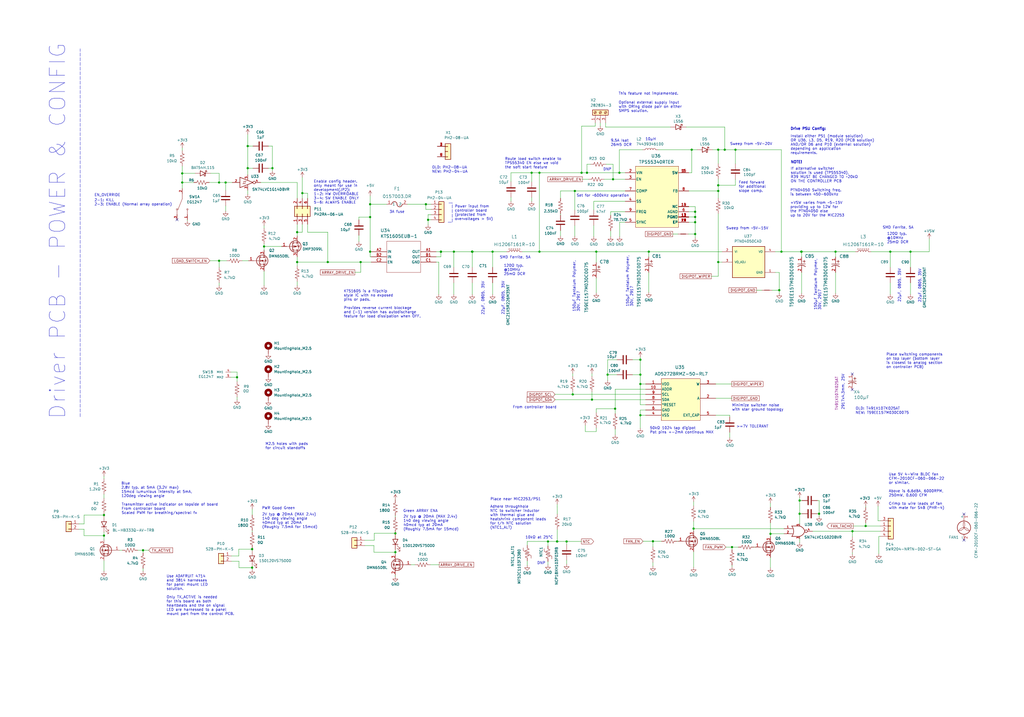
<source format=kicad_sch>
(kicad_sch (version 20211123) (generator eeschema)
  (paper "User" 499.999 350.012)
  (lib_symbols
    (symbol "015702.5DR:015702.5DR" (pin_names (offset 0.254))
      (property "Reference" "F" (at 5.08 3.175 0))
      (property "Value" "015702.5DR" (at 5.08 -3.175 0))
      (symbol "015702.5DR_1_1"
        (pin unspecified line (at 0 0 0) (length 2.54) (name "1") (number "1"))
        (pin unspecified line (at 10.16 0 180) (length 2.54) (name "2") (number "2"))
      )
      (symbol "015702.5DR_1_2"
        (pin unspecified line (at 0 0 90) (length 2.54) (name "1") (number "1"))
        (pin unspecified line (at 0 10.16 270) (length 2.54) (name "2") (number "2"))
      )
    )
    (symbol "74LVC1G14_1" (pin_names (offset 1.016))
      (property "Reference" "U33" (at -8.255 6.35 0))
      (property "Value" "74LVC1G14" (at -6.985 3.81 0))
      (symbol "74LVC1G14_1_1_1"
        (pin input line (at 5.715 8.89 90) (length 2.54) hide (name "NC") (number "1"))
        (pin input line (at -7.62 0 0) (length 3.81) (name "~") (number "2"))
        (pin power_in line (at 0 -3.81 90) (length 2.66) (name "") (number "3"))
        (pin output inverted (at 6.35 0 180) (length 3.81) (name "~") (number "4"))
        (pin power_in line (at 0 3.81 270) (length 2.66) (name "") (number "5"))
      )
    )
    (symbol "74xGxx:74AHC1G02" (pin_names (offset 1.016))
      (property "Reference" "U38" (at 4.3434 3.2766 0))
      (property "Value" "SN74LVC1G02DBVR" (at 11.9634 -2.794 0))
      (symbol "74AHC1G02_1_1"
        (pin input line (at -7.62 1.27 0) (length 3.81) (name "~") (number "1"))
        (pin input line (at -7.62 -1.27 0) (length 3.81) (name "~") (number "2"))
        (pin power_in line (at 0 -3.6576 90) (length 1) (name "") (number "3"))
        (pin output inverted (at 6.35 0 180) (length 3.81) (name "~") (number "4"))
        (pin power_in line (at 0 3.6068 270) (length 1) (name "") (number "5"))
      )
    )
    (symbol "AD5272BRMZ-100-RL7_1" (pin_names (offset 0.254))
      (property "Reference" "U35" (at 33.2486 10.7442 0))
      (property "Value" "AD5272BRMZ-50-RL7" (at 33.9598 7.493 0))
      (symbol "AD5272BRMZ-100-RL7_1_0_1"
        (pin power_in line (at 16.51 2.54 0) (length 7.62) (name "VDD") (number "1"))
        (pin input line (at 16.51 0 0) (length 7.62) (name "ADDR") (number "10"))
        (pin unspecified line (at 50.8 -4.445 180) (length 7.62) (name "A") (number "2"))
        (pin unspecified line (at 50.8 2.54 180) (length 7.62) (name "W") (number "3"))
        (pin power_in line (at 16.51 -12.7 0) (length 7.62) (name "VSS") (number "4"))
        (pin unspecified line (at 50.8 -12.7 180) (length 7.62) (name "EXT_CAP") (number "5"))
        (pin power_in line (at 16.51 -10.16 0) (length 7.62) (name "GND") (number "6"))
        (pin unspecified line (at 16.51 -7.62 0) (length 7.62) (name "*RESET") (number "7"))
        (pin bidirectional line (at 16.51 -5.08 0) (length 7.62) (name "SDA") (number "8"))
        (pin input line (at 16.51 -2.54 0) (length 7.62) (name "SCL") (number "9"))
      )
    )
    (symbol "CUSTOMPOTSYM_WITHCHASSISMOUNTS:NetTie_2" (pin_numbers hide) (pin_names (offset 0) hide) (in_bom no)
      (property "Reference" "NT" (at 0 1.27 0))
      (property "Value" "NetTie_2" (at 0 -1.27 0))
      (symbol "NetTie_2_1_1"
        (pin passive line (at -2.54 0 0) (length 2.54) (name "1") (number "1"))
        (pin passive line (at 2.54 0 180) (length 2.54) (name "2") (number "2"))
      )
    )
    (symbol "Conn_01x04_1" (pin_names (offset 1.016) hide)
      (property "Reference" "J" (at 0 5.08 0))
      (property "Value" "Conn_01x04_1" (at 0 -7.62 0))
      (symbol "Conn_01x04_1_1_1"
        (pin passive line (at -5.08 2.54 0) (length 3.81) (name "Pin_1") (number "1"))
        (pin passive line (at -5.08 0 0) (length 3.81) (name "Pin_2") (number "2"))
        (pin passive line (at -5.08 -2.54 0) (length 3.81) (name "Pin_3") (number "3"))
        (pin passive line (at -5.08 -5.08 0) (length 3.81) (name "Pin_4") (number "4"))
      )
    )
    (symbol "Connector:Screw_Terminal_01x03" (pin_names (offset 1.016) hide)
      (property "Reference" "J" (at 0 5.08 0))
      (property "Value" "Screw_Terminal_01x03" (at 0 -5.08 0))
      (symbol "Screw_Terminal_01x03_1_1"
        (pin passive line (at -5.08 2.54 0) (length 3.81) (name "Pin_1") (number "1"))
        (pin passive line (at -5.08 0 0) (length 3.81) (name "Pin_2") (number "2"))
        (pin passive line (at -5.08 -2.54 0) (length 3.81) (name "Pin_3") (number "3"))
      )
    )
    (symbol "Connector_Generic:Conn_01x02" (pin_names (offset 1.016) hide)
      (property "Reference" "J" (at 0 2.54 0))
      (property "Value" "Conn_01x02" (at 0 -5.08 0))
      (symbol "Conn_01x02_1_1"
        (pin passive line (at -5.08 0 0) (length 3.81) (name "Pin_1") (number "1"))
        (pin passive line (at -5.08 -2.54 0) (length 3.81) (name "Pin_2") (number "2"))
      )
    )
    (symbol "Connector_Generic:Conn_01x04" (pin_names (offset 1.016) hide)
      (property "Reference" "P14" (at -3.3528 -5.461 0))
      (property "Value" "SWR204-NRTN-D02-ST-GA" (at -3.3528 -7.62 0))
      (symbol "Conn_01x04_1_1"
        (pin passive line (at -5.08 -2.54 0) (length 3.81) (name "Pin_1") (number "1"))
        (pin passive line (at -5.08 0 0) (length 3.81) (name "Pin_2") (number "2"))
        (pin passive line (at -5.08 -5.08 0) (length 3.81) (name "Pin_3") (number "3"))
        (pin passive line (at -5.08 2.54 0) (length 3.81) (name "Pin_4") (number "4"))
      )
    )
    (symbol "Connector_Generic:Conn_02x03_Odd_Even" (pin_names (offset 1.016) hide)
      (property "Reference" "J" (at 1.27 5.08 0))
      (property "Value" "Conn_02x03_Odd_Even" (at 1.27 -5.08 0))
      (symbol "Conn_02x03_Odd_Even_1_1"
        (pin passive line (at -5.08 2.54 0) (length 3.81) (name "Pin_1") (number "1"))
        (pin passive line (at 7.62 2.54 180) (length 3.81) (name "Pin_2") (number "2"))
        (pin passive line (at -5.08 0 0) (length 3.81) (name "Pin_3") (number "3"))
        (pin passive line (at 7.62 0 180) (length 3.81) (name "Pin_4") (number "4"))
        (pin passive line (at -5.08 -2.54 0) (length 3.81) (name "Pin_5") (number "5"))
        (pin passive line (at 7.62 -2.54 180) (length 3.81) (name "Pin_6") (number "6"))
      )
    )
    (symbol "Connector_Generic:Conn_02x04_Odd_Even" (pin_names (offset 1.016) hide)
      (property "Reference" "P10" (at 1.905 9.525 0))
      (property "Value" "Conn_02x04" (at 1.905 6.985 0))
      (symbol "Conn_02x04_Odd_Even_1_1"
        (pin passive line (at -5.08 2.54 0) (length 3.81) (name "Pin_1") (number "1"))
        (pin passive line (at -5.08 2.54 0) (length 3.81) (name "Pin_2") (number "2"))
        (pin passive line (at -5.08 2.54 0) (length 3.81) (name "Pin_3") (number "3"))
        (pin passive line (at -5.08 2.54 0) (length 3.81) (name "Pin_4") (number "4"))
        (pin passive line (at -5.08 -2.54 0) (length 3.81) (name "Pin_5") (number "5"))
        (pin passive line (at -5.08 -2.54 0) (length 3.81) (name "Pin_6") (number "6"))
        (pin passive line (at -5.08 -2.54 0) (length 3.81) (name "Pin_7") (number "7"))
        (pin passive line (at -5.08 -2.54 0) (length 3.81) (name "Pin_8") (number "8"))
      )
    )
    (symbol "DMP3099L_1"
      (property "Reference" "Q" (at 3.81 2.54 0))
      (property "Value" "DMP3099L_1" (at 7.62 0 0))
      (symbol "DMP3099L_1_1_1"
        (pin input line (at -7.62 0 0) (length 2.54) (name "") (number "1"))
        (pin passive line (at 0 -5.08 90) (length 2.54) (name "") (number "2"))
        (pin passive line (at 0 5.08 270) (length 2.54) (name "") (number "3"))
      )
    )
    (symbol "Device:C" (pin_numbers hide) (pin_names (offset 0.254))
      (property "Reference" "C" (at 0.635 2.54 0))
      (property "Value" "C" (at 0.635 -2.54 0))
      (symbol "C_1_1"
        (pin passive line (at 0 3.81 270) (length 2.794) (name "~") (number "1"))
        (pin passive line (at 0 -3.81 90) (length 2.794) (name "~") (number "2"))
      )
    )
    (symbol "Device:D_Schottky" (pin_numbers hide) (pin_names (offset 1.016) hide)
      (property "Reference" "D?" (at -0.3175 6.985 0))
      (property "Value" "D_Schottky" (at -0.3175 4.445 0))
      (symbol "D_Schottky_1_1"
        (pin passive line (at -3.81 0 0) (length 2.54) (name "K") (number "1"))
        (pin passive line (at 3.81 0 180) (length 2.54) (name "A") (number "2"))
      )
    )
    (symbol "Device:L" (pin_numbers hide) (pin_names (offset 1.016) hide)
      (property "Reference" "L" (at -1.27 0 90))
      (property "Value" "L" (at 1.905 0 90))
      (symbol "L_1_1"
        (pin passive line (at 0 3.81 270) (length 1.27) (name "1") (number "1"))
        (pin passive line (at 0 -3.81 90) (length 1.27) (name "2") (number "2"))
      )
    )
    (symbol "Device:LED" (pin_numbers hide) (pin_names (offset 1.016) hide)
      (property "Reference" "D1" (at 3.81 -0.3174 90))
      (property "Value" "LED" (at 3.81 -2.8574 90))
      (symbol "LED_1_1"
        (pin passive line (at -3.81 0 0) (length 2.54) (name "K") (number "1"))
        (pin passive line (at 3.81 0 180) (length 2.54) (name "A") (number "2"))
      )
    )
    (symbol "Device:L_Ferrite" (pin_numbers hide) (pin_names (offset 1.016) hide)
      (property "Reference" "L" (at -1.27 0 90))
      (property "Value" "L_Ferrite" (at 2.794 0 90))
      (symbol "L_Ferrite_1_1"
        (pin passive line (at 0 3.81 270) (length 1.27) (name "1") (number "1"))
        (pin passive line (at 0 -3.81 90) (length 1.27) (name "2") (number "2"))
      )
    )
    (symbol "Device:R_US" (pin_numbers hide) (pin_names (offset 0))
      (property "Reference" "R" (at 2.54 0 90))
      (property "Value" "R_US" (at -2.54 0 90))
      (symbol "R_US_1_1"
        (pin passive line (at 0 3.81 270) (length 1.27) (name "~") (number "1"))
        (pin passive line (at 0 -3.81 90) (length 1.27) (name "~") (number "2"))
      )
    )
    (symbol "Device:Thermistor_US" (pin_numbers hide) (pin_names (offset 0))
      (property "Reference" "TH" (at 2.54 1.27 90))
      (property "Value" "Thermistor_US" (at -2.54 0 90))
      (symbol "Thermistor_US_1_1"
        (pin passive line (at 0 3.81 270) (length 1.27) (name "~") (number "1"))
        (pin passive line (at 0 -3.81 90) (length 1.27) (name "~") (number "2"))
      )
    )
    (symbol "EG1247_1" (pin_names (offset 1.016))
      (property "Reference" "SW?" (at -2.3876 -5.4356 0))
      (property "Value" "EG1247_1" (at -2.3876 -7.9756 0))
      (symbol "EG1247_1_1_0"
        (pin passive line (at 7.62 -2.54 180) (length 2.54) (name "~") (number "1"))
        (pin passive line (at -7.62 0 0) (length 2.54) (name "~") (number "2"))
        (pin passive line (at 7.62 2.54 180) (length 2.54) (name "~") (number "3"))
      )
      (symbol "EG1247_1_2_0"
        (pin passive line (at -2.54 1.27 0) (length 2.54) (name "MH1") (number "4"))
        (pin passive line (at -2.54 -1.27 0) (length 2.54) (name "MH2") (number "5"))
      )
    )
    (symbol "EG1247_2" (pin_names (offset 1.016))
      (property "Reference" "SW?" (at -2.3876 -5.4356 0))
      (property "Value" "EG1247_2" (at -2.3876 -7.9756 0))
      (symbol "EG1247_2_1_0"
        (pin passive line (at 7.62 -2.54 180) (length 2.54) (name "~") (number "1"))
        (pin passive line (at -7.62 0 0) (length 2.54) (name "~") (number "2"))
        (pin passive line (at 7.62 2.54 180) (length 2.54) (name "~") (number "3"))
      )
      (symbol "EG1247_2_2_0"
        (pin passive line (at -2.54 1.27 0) (length 2.54) (name "MH1") (number "4"))
        (pin passive line (at -2.54 -1.27 0) (length 2.54) (name "MH2") (number "5"))
      )
    )
    (symbol "Mechanical:MountingHole_Pad" (pin_numbers hide) (pin_names (offset 1.016) hide)
      (property "Reference" "H" (at 0 6.35 0))
      (property "Value" "MountingHole_Pad" (at 0 4.445 0))
      (symbol "MountingHole_Pad_1_1"
        (pin input line (at 0 -2.54 90) (length 2.54) (name "1") (number "1"))
      )
    )
    (symbol "Motor:Fan" (pin_names (offset 0))
      (property "Reference" "M" (at 2.54 5.08 0))
      (property "Value" "Fan" (at 2.54 -2.54 0))
      (symbol "Fan_1_1"
        (pin passive line (at 0 7.62 270) (length 2.54) (name "+") (number "1"))
        (pin passive line (at 0 -5.08 90) (length 2.54) (name "-") (number "2"))
      )
    )
    (symbol "PTN04050CAD:PTN04050CAD" (pin_names (offset 1.016))
      (property "Reference" "PS" (at 1.905 10.795 0))
      (property "Value" "PTN04050CAD" (at -1.905 8.255 0))
      (symbol "PTN04050CAD_0_0"
        (pin power_in line (at 17.78 -5.08 180) (length 5.08) (name "GND") (number "1"))
        (pin input line (at -8.255 5.08 0) (length 5.08) (name "VI") (number "2"))
        (pin input line (at -8.255 0 0) (length 5.08) (name "VO_ADJ") (number "3"))
        (pin output line (at 17.78 5.08 180) (length 5.08) (name "VO") (number "4"))
      )
    )
    (symbol "SIP32510DT_T1_GE3:SIP32510DT-T1-GE3" (pin_names (offset 0.254))
      (property "Reference" "U34" (at 6.9088 10.3632 0))
      (property "Value" "KTS1605EUB-1" (at 13.5636 7.5692 0))
      (symbol "SIP32510DT-T1-GE3_0_1"
        (pin output line (at 31.75 0 180) (length 7.62) (name "OUT") (number "A1"))
        (pin input line (at 0 0 0) (length 7.62) (name "IN") (number "A2"))
        (pin output line (at 31.75 -2.54 180) (length 7.62) (name "OUT") (number "B1"))
        (pin input line (at 0 -2.54 0) (length 7.62) (name "IN") (number "B2"))
        (pin power_out line (at 31.75 -5.08 180) (length 7.62) (name "GND") (number "C1"))
        (pin unspecified line (at 0 -5.08 0) (length 7.62) (name "EN") (number "C2"))
      )
    )
    (symbol "T491X107K025AT:T491X107K025AT" (pin_names (offset 0.254))
      (property "Reference" "C" (at 3.81 3.81 0))
      (property "Value" "T491X107K025AT" (at 3.81 -3.81 0))
      (symbol "T491X107K025AT_1_1"
        (pin unspecified line (at 0 0 0) (length 2.54) (name "") (number "1"))
        (pin unspecified line (at 7.62 0 180) (length 2.54) (name "") (number "2"))
      )
      (symbol "T491X107K025AT_1_2"
        (pin unspecified line (at 0 0 270) (length 2.54) (name "") (number "1"))
        (pin unspecified line (at 0 -7.62 90) (length 2.54) (name "") (number "2"))
      )
    )
    (symbol "TPS55340RTE:TPS55340RTER" (pin_names (offset 0.254))
      (property "Reference" "U36" (at -5.2832 27.2796 0))
      (property "Value" "TPS55340RTER" (at -5.08 24.2824 0))
      (symbol "TPS55340RTER_0_1"
        (pin power_in line (at 10.795 19.05 180) (length 5.08) (name "SW") (number "1"))
        (pin unspecified line (at 10.795 2.54 180) (length 5.08) (name "NC") (number "10"))
        (pin power_in line (at 10.795 -2.54 180) (length 5.08) (name "PGND") (number "11"))
        (pin power_in line (at 10.795 -2.54 180) (length 5.08) (name "PGND") (number "12"))
        (pin power_in line (at 10.795 -2.54 180) (length 5.08) (name "PGND") (number "13"))
        (pin unspecified line (at 10.795 2.54 180) (length 5.08) (name "NC") (number "14"))
        (pin power_in line (at 10.795 19.05 180) (length 5.08) (name "SW") (number "15"))
        (pin power_in line (at 10.795 19.05 180) (length 5.08) (name "SW") (number "16"))
        (pin power_in line (at 10.795 -5.08 180) (length 5.08) (name "EP") (number "17"))
        (pin power_in line (at 10.795 -5.08 180) (length 5.08) (name "EP") (number "18"))
        (pin power_in line (at 10.795 -5.08 180) (length 5.08) (name "EP") (number "19"))
        (pin power_in line (at -20.32 19.05 0) (length 5.08) (name "VIN") (number "2"))
        (pin power_in line (at 10.795 -5.08 180) (length 5.08) (name "EP") (number "20"))
        (pin power_in line (at 10.795 -5.08 180) (length 5.08) (name "EP") (number "21"))
        (pin power_in line (at 10.795 -5.08 180) (length 5.08) (name "EP") (number "22"))
        (pin input line (at -20.32 15.875 0) (length 5.08) (name "EN") (number "3"))
        (pin input line (at -20.32 5.08 0) (length 5.08) (name "SS") (number "4"))
        (pin input line (at -20.32 -5.08 0) (length 5.08) (name "SYNC") (number "5"))
        (pin power_in line (at 10.795 0 180) (length 5.08) (name "AGND") (number "6"))
        (pin output line (at -20.32 10.16 0) (length 5.08) (name "COMP") (number "7"))
        (pin input line (at 10.795 10.16 180) (length 5.08) (name "FB") (number "8"))
        (pin input line (at -20.32 0 0) (length 5.08) (name "FREQ") (number "9"))
      )
    )
    (symbol "Transistor_FET:2N7002" (pin_names hide)
      (property "Reference" "Q" (at 5.08 1.905 0))
      (property "Value" "2N7002" (at 5.08 0 0))
      (symbol "2N7002_1_1"
        (pin input line (at -5.08 0 0) (length 2.54) (name "G") (number "1"))
        (pin passive line (at 2.54 -5.08 90) (length 2.54) (name "S") (number "2"))
        (pin passive line (at 2.54 5.08 270) (length 2.54) (name "D") (number "3"))
      )
    )
    (symbol "power:+3V3" (power) (pin_names (offset 0))
      (property "Value" "+3V3" (at 0 3.556 0))
      (symbol "+3V3_1_1"
        (pin power_in line (at 0 0 90) (length 0) hide (name "+3V3") (number "1"))
      )
    )
    (symbol "power:+5V" (power) (pin_names (offset 0))
      (property "Value" "+5V" (at 0 3.556 0))
      (symbol "+5V_1_1"
        (pin power_in line (at 0 0 90) (length 0) hide (name "+5V") (number "1"))
      )
    )
    (symbol "power:+VSW" (power) (pin_names (offset 0))
      (property "Value" "+VSW" (at 0 3.556 0))
      (symbol "+VSW_1_1"
        (pin power_in line (at 0 0 90) (length 0) hide (name "+VSW") (number "1"))
      )
    )
    (symbol "power:GND" (power) (pin_names (offset 0))
      (property "Value" "GND" (at 0 -3.81 0))
      (symbol "GND_1_1"
        (pin power_in line (at 0 0 270) (length 0) hide (name "GND") (number "1"))
      )
    )
  )
  (junction (at 115.7478 184.2008))
  (junction (at 300.355 199.5678))
  (junction (at 434.721 122.8852))
  (junction (at 391.2616 122.8852))
  (junction (at 110.1598 89.1032))
  (junction (at 221.615 122.8852))
  (junction (at 318.8208 264.287))
  (junction (at 230.5558 122.8852))
  (junction (at 272.0086 264.3886))
  (junction (at 88.9762 84.6582))
  (junction (at 350.6978 73.1012))
  (junction (at 350.6978 93.2434))
  (junction (at 312.674 202.7428))
  (junction (at 50.7746 251.4854))
  (junction (at 215.2904 122.8852))
  (junction (at 380.492 141.6812))
  (junction (at 230.6574 122.8852))
  (junction (at 416.2298 259.3848))
  (junction (at 69.85 268.6812))
  (junction (at 390.4234 250.8504))
  (junction (at 338.6582 258.1148))
  (junction (at 267.5636 264.3886))
  (junction (at 339.4202 114.2746))
  (junction (at 381.5588 122.8852))
  (junction (at 263.398 84.3534))
  (junction (at 283.972 84.3534))
  (junction (at 391.3886 122.8852))
  (junction (at 337.7438 73.1012))
  (junction (at 259.588 84.3534))
  (junction (at 209.0166 107.3404))
  (junction (at 291.1602 122.8852))
  (junction (at 339.4202 105.9434))
  (junction (at 106.9848 89.1032))
  (junction (at 339.4202 103.4034))
  (junction (at 296.672 182.9308))
  (junction (at 339.4202 108.4834))
  (junction (at 390.4234 244.3988))
  (junction (at 106.9848 127.3302))
  (junction (at 279.654 192.5828))
  (junction (at 312.674 187.5028))
  (junction (at 180.721 99.7204))
  (junction (at 350.6978 90.4748))
  (junction (at 240.5126 122.8852))
  (junction (at 353.8728 73.1012))
  (junction (at 422.6814 256.8448))
  (junction (at 286.6136 84.3534))
  (junction (at 230.5558 122.8598))
  (junction (at 193.04 269.621))
  (junction (at 145.0848 113.3602))
  (junction (at 289.052 195.1228))
  (junction (at 88.9762 89.1032))
  (junction (at 123.1138 277.1648))
  (junction (at 193.04 260.4262))
  (junction (at 376.1994 260.6548))
  (junction (at 176.0982 127.9652))
  (junction (at 280.6954 93.2434))
  (junction (at 123.1138 268.1224))
  (junction (at 407.9748 122.8852))
  (junction (at 302.4378 84.3534))
  (junction (at 263.398 122.8852))
  (junction (at 316.7888 122.8852))
  (junction (at 50.7746 261.5184))
  (junction (at 120.9548 71.3232))
  (junction (at 180.721 122.8852))
  (junction (at 120.9548 82.1182))
  (junction (at 133.0198 82.1182))
  (junction (at 299.339 87.5284))
  (junction (at 128.9304 120.3452))
  (junction (at 180.721 105.9942))
  (junction (at 399.9484 250.8504))
  (junction (at 276.6568 264.3886))
  (junction (at 312.674 182.9308))
  (junction (at 160.0454 127.9652))
  (junction (at 312.674 175.641))
  (junction (at 145.0848 127.9652))
  (junction (at 147.6248 94.3102))
  (junction (at 359.1052 73.1012))
  (junction (at 215.2904 122.9106))
  (junction (at 207.9498 99.7204))
  (junction (at 272.0594 264.3886))
  (junction (at 350.6978 127.9652))
  (junction (at 357.4288 267.1318))
  (junction (at 444.5762 122.8852))
  (no_connect (at 416.1536 190.246))
  (no_connect (at 470.6874 251.0282))
  (no_connect (at 470.6874 263.7282))
  (no_connect (at 416.1536 182.626))
  (no_connect (at 86.4362 107.2896))
  (wire (pts (xy 330.581 264.287) (xy 331.0382 264.287)))
  (wire (pts (xy 381.5588 73.1012) (xy 381.5588 122.8852)))
  (wire (pts (xy 296.672 175.641) (xy 296.672 182.9308)))
  (wire (pts (xy 128.9304 110.1852) (xy 128.9304 111.4552)))
  (wire (pts (xy 123.4948 71.3232) (xy 120.9548 71.3232)))
  (wire (pts (xy 300.355 199.5678) (xy 300.3804 190.0428)))
  (wire (pts (xy 38.5826 258.3688) (xy 41.021 258.3688)))
  (wire (pts (xy 193.04 244.1194) (xy 193.04 243.9924)))
  (wire (pts (xy 444.5762 138.1252) (xy 444.5762 143.7132)))
  (wire (pts (xy 193.04 269.621) (xy 193.04 270.6624)))
  (wire (pts (xy 302.4378 84.3534) (xy 305.2572 84.3534)))
  (wire (pts (xy 280.6954 102.5652) (xy 280.6954 93.2434)))
  (wire (pts (xy 390.4234 244.3988) (xy 390.4234 250.8504)))
  (wire (pts (xy 113.03 271.4752) (xy 116.6368 271.4752)))
  (wire (pts (xy 267.5636 275.6916) (xy 267.5636 274.193)))
  (wire (pts (xy 391.3886 125.4252) (xy 391.3886 122.8852)))
  (wire (pts (xy 116.6876 277.1648) (xy 116.6876 274.0152)))
  (wire (pts (xy 356.362 203.5048) (xy 356.362 202.7428)))
  (wire (pts (xy 221.615 143.7132) (xy 221.615 138.1252)))
  (wire (pts (xy 209.0166 107.3404) (xy 209.0166 109.728)))
  (wire (pts (xy 276.6568 275.3868) (xy 276.6568 273.5326)))
  (wire (pts (xy 230.6574 122.8852) (xy 230.5558 122.8852)))
  (wire (pts (xy 289.9664 115.4684) (xy 289.9664 110.109)))
  (wire (pts (xy 380.492 141.6812) (xy 380.492 143.2052)))
  (wire (pts (xy 407.9748 133.0706) (xy 407.9748 143.2052)))
  (wire (pts (xy 376.1994 260.6548) (xy 376.1994 262.0518)))
  (wire (pts (xy 429.133 270.4084) (xy 429.133 261.9248)))
  (wire (pts (xy 175.26 117.9576) (xy 175.26 114.935)))
  (wire (pts (xy 267.5636 264.3886) (xy 272.0086 264.3886)))
  (wire (pts (xy 215.2904 122.9106) (xy 215.2904 122.8852)))
  (wire (pts (xy 182.7022 260.4262) (xy 193.04 260.4262)))
  (wire (pts (xy 283.972 61.5696) (xy 290.6014 61.5696)))
  (wire (pts (xy 356.362 211.1248) (xy 356.362 213.6648)))
  (wire (pts (xy 50.7746 243.2812) (xy 50.7746 241.3762)))
  (wire (pts (xy 150.1648 94.3102) (xy 147.6248 94.3102)))
  (polyline (pts (xy 39.116 203.5048) (xy 39.116 23.7998)))
  (wire (pts (xy 212.979 125.4252) (xy 215.2904 125.4252)))
  (wire (pts (xy 110.1598 89.1032) (xy 113.3348 89.1032)))
  (wire (pts (xy 291.1094 199.5678) (xy 291.1094 201.422)))
  (wire (pts (xy 312.674 197.6628) (xy 312.674 187.5028)))
  (wire (pts (xy 286.6136 80.2132) (xy 286.6136 84.3534)))
  (wire (pts (xy 399.9484 250.8504) (xy 399.9484 252.1204)))
  (wire (pts (xy 299.339 87.5284) (xy 305.2572 87.5284)))
  (wire (pts (xy 193.04 280.8224) (xy 193.04 281.4574)))
  (wire (pts (xy 207.9498 99.7204) (xy 207.9498 102.2604)))
  (wire (pts (xy 279.654 191.3128) (xy 279.654 192.5828)))
  (wire (pts (xy 336.3722 100.8634) (xy 339.4202 100.8634)))
  (wire (pts (xy 327.406 62.0268) (xy 295.6814 62.0268)))
  (wire (pts (xy 88.9762 81.1022) (xy 88.9762 84.6582)))
  (wire (pts (xy 335.026 62.0268) (xy 353.8728 62.0268)))
  (wire (pts (xy 407.9748 122.8852) (xy 407.9748 125.4506)))
  (wire (pts (xy 273.685 112.5982) (xy 273.685 115.2144)))
  (wire (pts (xy 353.8728 62.0268) (xy 353.8728 73.1012)))
  (wire (pts (xy 347.98 73.1012) (xy 350.6978 73.1012)))
  (wire (pts (xy 41.021 258.3688) (xy 41.021 261.5184)))
  (wire (pts (xy 123.1138 277.1648) (xy 123.1138 278.0538)))
  (wire (pts (xy 263.398 84.3534) (xy 283.972 84.3534)))
  (wire (pts (xy 338.6582 254.5588) (xy 338.6582 258.1148)))
  (wire (pts (xy 272.0594 258.5974) (xy 272.0594 264.3886)))
  (wire (pts (xy 210.4644 104.8004) (xy 209.0166 104.8004)))
  (wire (pts (xy 145.0848 113.3602) (xy 147.6248 113.3602)))
  (wire (pts (xy 316.7888 125.4252) (xy 316.7888 122.8852)))
  (wire (pts (xy 357.3018 194.4878) (xy 349.504 194.4878)))
  (wire (pts (xy 181.229 122.8852) (xy 180.721 122.8852)))
  (wire (pts (xy 376.1994 260.6548) (xy 382.8034 260.6548)))
  (wire (pts (xy 399.1356 250.8504) (xy 399.9484 250.8504)))
  (wire (pts (xy 289.9664 98.3234) (xy 305.2572 98.3234)))
  (wire (pts (xy 308.864 175.641) (xy 312.674 175.641)))
  (wire (pts (xy 391.541 244.3988) (xy 390.4234 244.3988)))
  (wire (pts (xy 145.0848 127.9652) (xy 160.0454 127.9652)))
  (wire (pts (xy 182.6006 269.621) (xy 193.04 269.621)))
  (wire (pts (xy 215.2904 125.4252) (xy 215.2904 122.9106)))
  (wire (pts (xy 350.6978 73.1012) (xy 353.8728 73.1012)))
  (wire (pts (xy 338.6582 244.9322) (xy 338.6582 246.9388)))
  (wire (pts (xy 285.8262 207.7212) (xy 285.8262 210.7184)))
  (wire (pts (xy 359.1052 90.4748) (xy 350.6978 90.4748)))
  (wire (pts (xy 182.6006 266.3698) (xy 182.6006 269.621)))
  (wire (pts (xy 123.1138 268.1224) (xy 123.1138 267.4366)))
  (wire (pts (xy 123.1138 251.4346) (xy 123.1138 248.539)))
  (wire (pts (xy 444.5762 122.8852) (xy 444.5762 130.5052)))
  (wire (pts (xy 263.398 122.8852) (xy 291.1602 122.8852)))
  (wire (pts (xy 315.214 197.6628) (xy 312.674 197.6628)))
  (wire (pts (xy 263.398 84.3534) (xy 263.398 122.8852)))
  (wire (pts (xy 359.1052 87.5792) (xy 359.1052 90.4748)))
  (wire (pts (xy 353.8728 73.1012) (xy 359.1052 73.1012)))
  (wire (pts (xy 127.3048 89.1032) (xy 145.0848 89.1032)))
  (wire (pts (xy 160.0454 127.9652) (xy 176.0982 127.9652)))
  (wire (pts (xy 376.1994 255.27) (xy 376.1994 260.6548)))
  (wire (pts (xy 123.1138 268.8844) (xy 123.1138 268.1224)))
  (wire (pts (xy 302.5394 108.4834) (xy 302.5394 115.4684)))
  (wire (pts (xy 316.7888 133.0452) (xy 316.7888 142.6972)))
  (wire (pts (xy 377.0122 141.6812) (xy 380.492 141.6812)))
  (wire (pts (xy 399.9484 244.3988) (xy 399.9484 250.8504)))
  (wire (pts (xy 350.6978 93.2434) (xy 350.6978 96.7232)))
  (wire (pts (xy 230.5558 122.8598) (xy 230.5558 122.8852)))
  (wire (pts (xy 368.1222 267.1318) (xy 368.5794 267.1318)))
  (wire (pts (xy 315.214 200.2028) (xy 312.674 200.2028)))
  (wire (pts (xy 272.0594 264.3886) (xy 276.6568 264.3886)))
  (wire (pts (xy 416.2298 259.3848) (xy 416.2298 262.1788)))
  (wire (pts (xy 391.5156 250.8504) (xy 390.4234 250.8504)))
  (wire (pts (xy 302.4378 73.1012) (xy 313.7662 73.1012)))
  (wire (pts (xy 272.034 247.5484) (xy 272.0594 250.9774)))
  (wire (pts (xy 286.6136 84.3534) (xy 302.4378 84.3534)))
  (wire (pts (xy 147.6248 109.5502) (xy 147.6248 113.3602)))
  (wire (pts (xy 284.4038 87.5284) (xy 287.3756 87.5284)))
  (wire (pts (xy 200.66 275.7424) (xy 202.565 275.7424)))
  (wire (pts (xy 147.6248 86.5632) (xy 147.6248 94.3102)))
  (wire (pts (xy 316.7888 122.8852) (xy 352.5266 122.8852)))
  (wire (pts (xy 145.0848 113.3602) (xy 145.0848 115.2652)))
  (wire (pts (xy 289.052 182.4228) (xy 289.052 183.6928)))
  (wire (pts (xy 102.489 127.3302) (xy 106.9848 127.3302)))
  (wire (pts (xy 312.674 175.641) (xy 312.674 182.9308)))
  (wire (pts (xy 428.7266 254.3048) (xy 429.8442 254.3048)))
  (wire (pts (xy 102.8446 84.6582) (xy 106.9848 84.6582)))
  (wire (pts (xy 209.0166 107.3404) (xy 210.4644 107.3404)))
  (wire (pts (xy 298.1452 103.4034) (xy 305.2572 103.4034)))
  (wire (pts (xy 425.2976 122.8852) (xy 434.721 122.8852)))
  (wire (pts (xy 312.674 202.7428) (xy 312.674 209.0928)))
  (wire (pts (xy 280.6954 110.1852) (xy 280.6954 115.316)))
  (wire (pts (xy 128.9304 132.4102) (xy 128.9304 139.3952)))
  (wire (pts (xy 312.674 187.5028) (xy 312.674 182.9308)))
  (wire (pts (xy 434.721 122.8852) (xy 444.5762 122.8852)))
  (wire (pts (xy 318.8208 267.0048) (xy 318.8208 264.287)))
  (wire (pts (xy 102.2096 89.1032) (xy 106.9848 89.1032)))
  (wire (pts (xy 422.6814 256.8448) (xy 429.8442 256.8448)))
  (wire (pts (xy 180.721 95.631) (xy 180.721 99.7204)))
  (wire (pts (xy 193.04 260.4262) (xy 193.04 260.7564)))
  (wire (pts (xy 273.685 93.2434) (xy 280.6954 93.2434)))
  (wire (pts (xy 221.615 122.8852) (xy 230.5558 122.8852)))
  (wire (pts (xy 347.3704 134.8994) (xy 350.6978 134.8994)))
  (wire (pts (xy 115.7478 181.6608) (xy 115.7478 184.2008)))
  (wire (pts (xy 422.6814 256.8448) (xy 422.6814 255.3462)))
  (wire (pts (xy 116.6368 271.4752) (xy 116.6368 268.1224)))
  (wire (pts (xy 106.9848 84.6582) (xy 106.9848 89.1032)))
  (wire (pts (xy 150.1648 113.3602) (xy 160.0454 113.3602)))
  (wire (pts (xy 296.672 182.9308) (xy 296.672 185.7248)))
  (wire (pts (xy 350.6978 127.9652) (xy 350.6978 134.8994)))
  (wire (pts (xy 289.9664 102.489) (xy 289.9664 98.3234)))
  (wire (pts (xy 271.018 192.5828) (xy 279.654 192.5828)))
  (wire (pts (xy 180.721 105.9942) (xy 180.721 122.8852)))
  (wire (pts (xy 350.6978 104.3432) (xy 350.6978 127.9652)))
  (wire (pts (xy 291.1094 209.042) (xy 291.1094 210.7184)))
  (wire (pts (xy 150.1648 96.8502) (xy 150.1648 94.3102)))
  (wire (pts (xy 293.1414 60.0456) (xy 293.1414 61.5696)))
  (wire (pts (xy 272.0086 264.3886) (xy 272.0594 264.3886)))
  (wire (pts (xy 50.7746 250.9012) (xy 50.7746 251.4854)))
  (wire (pts (xy 312.674 174.371) (xy 312.674 175.641)))
  (wire (pts (xy 336.3722 108.4834) (xy 339.4202 108.4834)))
  (wire (pts (xy 116.6368 268.1224) (xy 123.1138 268.1224)))
  (wire (pts (xy 106.9848 127.3302) (xy 110.6932 127.3302)))
  (wire (pts (xy 88.9762 84.6582) (xy 88.9762 89.1032)))
  (wire (pts (xy 50.7746 261.5184) (xy 50.7746 263.6012)))
  (wire (pts (xy 240.5126 122.8852) (xy 240.5126 130.5052)))
  (wire (pts (xy 230.6574 122.8852) (xy 240.5126 122.8852)))
  (wire (pts (xy 113.03 274.0152) (xy 116.6876 274.0152)))
  (wire (pts (xy 429.8442 259.3848) (xy 416.2298 259.3848)))
  (wire (pts (xy 209.0166 104.8004) (xy 209.0166 107.3404)))
  (wire (pts (xy 429.133 261.9248) (xy 429.8442 261.9248)))
  (wire (pts (xy 72.6186 268.6812) (xy 69.85 268.6812)))
  (wire (pts (xy 257.4036 273.8628) (xy 257.4036 275.971)))
  (wire (pts (xy 378.5616 133.0452) (xy 380.492 133.0452)))
  (wire (pts (xy 50.7746 232.4862) (xy 50.7746 233.7562)))
  (wire (pts (xy 145.0848 89.1032) (xy 145.0848 96.8502)))
  (wire (pts (xy 67.2846 268.6812) (xy 69.85 268.6812)))
  (wire (pts (xy 249.5042 88.6714) (xy 249.5042 84.3534)))
  (wire (pts (xy 336.3722 93.2434) (xy 350.6978 93.2434)))
  (wire (pts (xy 254.9906 122.8852) (xy 263.398 122.8852)))
  (wire (pts (xy 120.9548 82.1182) (xy 120.9548 85.2932)))
  (wire (pts (xy 193.04 252.5014) (xy 193.04 251.7394)))
  (wire (pts (xy 267.5636 264.3886) (xy 267.5636 266.573)))
  (wire (pts (xy 176.0982 127.9652) (xy 181.229 127.9652)))
  (wire (pts (xy 198.9328 99.7204) (xy 207.9498 99.7204)))
  (wire (pts (xy 116.6876 277.1648) (xy 123.1138 277.1648)))
  (wire (pts (xy 118.3132 127.3302) (xy 121.3104 127.3302)))
  (wire (pts (xy 145.0848 109.5502) (xy 145.0848 113.3602)))
  (wire (pts (xy 315.214 187.5028) (xy 312.674 187.5028)))
  (wire (pts (xy 291.1602 135.7884) (xy 291.1602 142.9766)))
  (wire (pts (xy 305.2572 108.4834) (xy 302.5394 108.4834)))
  (wire (pts (xy 399.161 244.3988) (xy 399.9484 244.3988)))
  (wire (pts (xy 131.1148 82.1182) (xy 133.0198 82.1182)))
  (wire (pts (xy 112.7252 181.6608) (xy 115.7478 181.6608)))
  (wire (pts (xy 128.9304 119.0752) (xy 128.9304 120.3452)))
  (wire (pts (xy 133.0198 82.1182) (xy 133.0198 83.3882)))
  (wire (pts (xy 294.9956 87.5284) (xy 299.339 87.5284)))
  (wire (pts (xy 173.3042 132.9944) (xy 176.0982 132.9944)))
  (wire (pts (xy 257.4036 264.3886) (xy 257.4036 266.2428)))
  (wire (pts (xy 444.5762 122.8852) (xy 453.7202 122.8852)))
  (wire (pts (xy 110.1598 100.5332) (xy 110.1598 103.0732)))
  (wire (pts (xy 416.2298 270.51) (xy 416.2298 269.7988)))
  (wire (pts (xy 357.4288 268.4018) (xy 357.4288 267.1318)))
  (wire (pts (xy 178.1302 263.8298) (xy 182.7022 263.8298)))
  (wire (pts (xy 221.615 122.8852) (xy 221.615 130.5052)))
  (wire (pts (xy 193.04 268.3764) (xy 193.04 269.621)))
  (wire (pts (xy 230.5558 143.7132) (xy 230.5558 138.1252)))
  (wire (pts (xy 207.9498 99.7204) (xy 210.4644 99.7204)))
  (wire (pts (xy 145.0848 129.8702) (xy 145.0848 127.9652)))
  (wire (pts (xy 145.0848 125.4252) (xy 145.0848 127.9652)))
  (wire (pts (xy 91.5162 107.823) (xy 91.5162 107.2896)))
  (wire (pts (xy 120.9548 71.3232) (xy 120.9548 82.1182)))
  (polyline (pts (xy 218.7702 108.458) (xy 220.8022 108.458)))
  (wire (pts (xy 337.7438 84.3534) (xy 337.7438 73.1012)))
  (wire (pts (xy 150.1648 109.5502) (xy 150.1648 113.3602)))
  (wire (pts (xy 285.8262 210.7184) (xy 291.1094 210.7184)))
  (wire (pts (xy 301.244 182.9308) (xy 296.672 182.9308)))
  (wire (pts (xy 193.04 260.1214) (xy 193.04 260.4262)))
  (wire (pts (xy 120.9548 92.9132) (xy 120.9548 94.8182)))
  (wire (pts (xy 339.4202 114.2746) (xy 336.1436 114.2746)))
  (wire (pts (xy 369.3922 141.6812) (xy 371.9322 141.6812)))
  (wire (pts (xy 390.4234 250.8504) (xy 390.4234 255.778)))
  (wire (pts (xy 88.9762 89.1032) (xy 88.9762 92.0496)))
  (wire (pts (xy 422.6814 247.1928) (xy 422.6814 247.7262)))
  (wire (pts (xy 106.9848 127.3302) (xy 106.9848 130.5052)))
  (wire (pts (xy 376.1994 277.2918) (xy 376.1994 272.2118)))
  (wire (pts (xy 338.6582 258.1148) (xy 338.6582 259.207)))
  (wire (pts (xy 259.588 96.393) (xy 259.588 98.2472)))
  (wire (pts (xy 59.6646 268.6812) (xy 58.3946 268.6812)))
  (wire (pts (xy 214.249 127.9652) (xy 212.979 127.9652)))
  (wire (pts (xy 350.6978 127.9652) (xy 352.5266 127.9652)))
  (wire (pts (xy 215.2904 122.8852) (xy 221.615 122.8852)))
  (wire (pts (xy 123.1138 259.8166) (xy 123.1138 259.0546)))
  (wire (pts (xy 175.26 107.315) (xy 175.26 105.9942)))
  (wire (pts (xy 298.1452 115.4938) (xy 298.1452 112.7506)))
  (wire (pts (xy 210.4644 102.2604) (xy 207.9498 102.2604)))
  (wire (pts (xy 41.0464 255.8288) (xy 41.0464 251.4854)))
  (wire (pts (xy 289.052 191.3128) (xy 289.052 195.1228)))
  (wire (pts (xy 137.4648 120.3452) (xy 128.9304 120.3452)))
  (wire (pts (xy 175.26 105.9942) (xy 180.721 105.9942)))
  (wire (pts (xy 434.721 138.1252) (xy 434.721 143.7132)))
  (wire (pts (xy 94.5896 89.1032) (xy 88.9762 89.1032)))
  (wire (pts (xy 300.355 212.2932) (xy 300.355 209.5246)))
  (wire (pts (xy 279.654 192.5828) (xy 315.214 192.5828)))
  (wire (pts (xy 298.1452 105.1306) (xy 298.1452 103.4034)))
  (wire (pts (xy 50.7746 251.4854) (xy 50.7746 252.1712)))
  (wire (pts (xy 273.685 104.4194) (xy 273.685 104.9782)))
  (wire (pts (xy 359.1052 73.1012) (xy 381.5588 73.1012)))
  (wire (pts (xy 357.4288 276.0218) (xy 357.4288 276.733)))
  (wire (pts (xy 272.034 246.2022) (xy 272.034 247.5484)))
  (wire (pts (xy 69.85 277.5712) (xy 69.85 278.8412)))
  (wire (pts (xy 321.3862 73.1012) (xy 337.7438 73.1012)))
  (wire (pts (xy 380.492 133.0452) (xy 380.492 141.6812)))
  (wire (pts (xy 312.674 200.2028) (xy 312.674 202.7428)))
  (wire (pts (xy 123.1138 276.5044) (xy 123.1138 277.1648)))
  (wire (pts (xy 295.9608 80.2132) (xy 299.339 80.2132)))
  (wire (pts (xy 300.355 201.9046) (xy 300.355 199.5678)))
  (wire (pts (xy 434.721 130.5052) (xy 434.721 122.8852)))
  (wire (pts (xy 188.7728 99.7204) (xy 180.721 99.7204)))
  (wire (pts (xy 276.6568 265.9126) (xy 276.6568 264.3886)))
  (wire (pts (xy 291.1094 199.5678) (xy 300.355 199.5678)))
  (wire (pts (xy 328.5236 114.2746) (xy 331.0636 114.2746)))
  (wire (pts (xy 176.0982 132.9944) (xy 176.0982 127.9652)))
  (wire (pts (xy 318.8208 264.287) (xy 322.961 264.287)))
  (wire (pts (xy 133.0198 71.3232) (xy 133.0198 82.1182)))
  (wire (pts (xy 391.3886 133.0452) (xy 391.3886 143.2052)))
  (wire (pts (xy 291.1602 122.8852) (xy 316.7888 122.8852)))
  (wire (pts (xy 300.3804 190.0428) (xy 315.214 190.0428)))
  (wire (pts (xy 378.5616 122.8852) (xy 381.5588 122.8852)))
  (wire (pts (xy 276.6568 264.3886) (xy 283.8958 264.3886)))
  (wire (pts (xy 350.6978 90.4748) (xy 350.6978 93.2434)))
  (wire (pts (xy 336.3722 84.3534) (xy 337.7438 84.3534)))
  (wire (pts (xy 279.654 182.4228) (xy 279.654 183.6928)))
  (wire (pts (xy 428.7266 247.1166) (xy 428.7266 254.3048)))
  (wire (pts (xy 50.7746 278.8412) (xy 50.7746 273.7612)))
  (wire (pts (xy 257.4036 264.3886) (xy 267.5636 264.3886)))
  (wire (pts (xy 289.052 195.1228) (xy 315.214 195.1228)))
  (wire (pts (xy 106.9848 139.3952) (xy 106.9848 138.1252)))
  (wire (pts (xy 178.1302 266.3698) (xy 182.6006 266.3698)))
  (wire (pts (xy 354.4062 267.1318) (xy 357.4288 267.1318)))
  (wire (pts (xy 336.3722 105.9434) (xy 339.4202 105.9434)))
  (wire (pts (xy 357.4288 267.1318) (xy 360.5022 267.1318)))
  (wire (pts (xy 338.6582 276.9616) (xy 338.6582 269.367)))
  (wire (pts (xy 359.1052 79.9592) (xy 359.1052 73.1012)))
  (wire (pts (xy 396.7734 259.3848) (xy 416.2298 259.3848)))
  (wire (pts (xy 240.5126 138.1252) (xy 240.5126 143.7132)))
  (wire (pts (xy 128.9304 120.3452) (xy 128.9304 122.2502)))
  (wire (pts (xy 339.4202 114.2746) (xy 339.4202 116.1288)))
  (wire (pts (xy 339.4202 108.4834) (xy 339.4202 114.2746)))
  (wire (pts (xy 69.85 269.9512) (xy 69.85 268.6812)))
  (wire (pts (xy 120.9548 82.1182) (xy 123.4948 82.1182)))
  (polyline (pts (xy 220.8276 99.1108) (xy 218.7956 99.1108)))
  (wire (pts (xy 95.2246 84.6582) (xy 88.9762 84.6582)))
  (wire (pts (xy 147.6248 94.3102) (xy 147.6248 96.8502)))
  (wire (pts (xy 349.504 202.7428) (xy 356.362 202.7428)))
  (wire (pts (xy 210.185 275.7424) (xy 214.4522 275.7424)))
  (wire (pts (xy 350.6978 73.1012) (xy 350.6978 79.8322)))
  (wire (pts (xy 120.9548 65.6082) (xy 120.9548 71.3232)))
  (wire (pts (xy 115.7478 184.2008) (xy 115.7478 186.2582)))
  (wire (pts (xy 337.7438 73.1012) (xy 340.36 73.1012)))
  (wire (pts (xy 301.244 175.641) (xy 296.672 175.641)))
  (wire (pts (xy 50.7746 259.7912) (xy 50.7746 261.5184)))
  (wire (pts (xy 313.9694 264.287) (xy 318.8208 264.287)))
  (wire (pts (xy 160.0454 113.3602) (xy 160.0454 127.9652)))
  (wire (pts (xy 259.588 84.3534) (xy 263.398 84.3534)))
  (wire (pts (xy 271.018 195.1228) (xy 289.052 195.1228)))
  (wire (pts (xy 339.4202 103.4034) (xy 339.4202 105.9434)))
  (wire (pts (xy 407.9748 122.8852) (xy 417.6776 122.8852)))
  (wire (pts (xy 180.721 99.7204) (xy 180.721 105.9942)))
  (wire (pts (xy 115.7478 195.1228) (xy 115.7478 193.8782)))
  (wire (pts (xy 350.6978 87.4522) (xy 350.6978 90.4748)))
  (wire (pts (xy 336.3722 103.4034) (xy 339.4202 103.4034)))
  (wire (pts (xy 382.8034 258.1148) (xy 338.6582 258.1148)))
  (wire (pts (xy 214.249 127.9652) (xy 214.249 143.7132)))
  (wire (pts (xy 416.6362 256.8448) (xy 422.6814 256.8448)))
  (wire (pts (xy 390.4234 242.9256) (xy 390.4234 244.3988)))
  (wire (pts (xy 88.9762 72.2122) (xy 88.9762 73.4822)))
  (wire (pts (xy 38.5826 255.8288) (xy 41.0464 255.8288)))
  (wire (pts (xy 112.7252 184.2008) (xy 115.7478 184.2008)))
  (wire (pts (xy 259.588 88.773) (xy 259.588 84.3534)))
  (wire (pts (xy 182.7022 263.8298) (xy 182.7022 260.4262)))
  (wire (pts (xy 391.2616 122.8852) (xy 391.3886 122.8852)))
  (wire (pts (xy 41.021 261.5184) (xy 50.7746 261.5184)))
  (wire (pts (xy 299.339 80.2132) (xy 299.339 87.5284)))
  (wire (pts (xy 249.5042 84.3534) (xy 259.588 84.3534)))
  (wire (pts (xy 280.6954 93.2434) (xy 305.2572 93.2434)))
  (wire (pts (xy 295.6814 60.0456) (xy 295.6814 62.0268)))
  (wire (pts (xy 391.3886 122.8852) (xy 407.9748 122.8852)))
  (wire (pts (xy 110.1598 89.1032) (xy 110.1598 92.9132)))
  (wire (pts (xy 349.504 187.5028) (xy 357.251 187.5028)))
  (wire (pts (xy 212.979 122.8852) (xy 215.2904 122.8852)))
  (wire (pts (xy 339.4202 105.9434) (xy 339.4202 108.4834)))
  (wire (pts (xy 390.4234 263.0424) (xy 390.4234 264.8712)))
  (wire (pts (xy 312.674 202.7428) (xy 315.214 202.7428)))
  (polyline (pts (xy 220.8022 108.458) (xy 220.8276 99.1108)))
  (wire (pts (xy 180.721 125.4252) (xy 181.229 125.4252)))
  (wire (pts (xy 180.721 122.8852) (xy 180.721 125.4252)))
  (wire (pts (xy 249.5042 96.2914) (xy 249.5042 98.298)))
  (wire (pts (xy 145.0848 139.3952) (xy 145.0848 137.4902)))
  (wire (pts (xy 106.9848 89.1032) (xy 110.1598 89.1032)))
  (wire (pts (xy 240.5126 122.8852) (xy 247.3706 122.8852)))
  (wire (pts (xy 376.1994 245.6434) (xy 376.1994 247.65)))
  (wire (pts (xy 131.1148 71.3232) (xy 133.0198 71.3232)))
  (wire (pts (xy 41.0464 251.4854) (xy 50.7746 251.4854)))
  (wire (pts (xy 453.7202 116.586) (xy 453.7202 122.8852)))
  (wire (pts (xy 381.5588 122.8852) (xy 391.2616 122.8852)))
  (wire (pts (xy 288.3408 80.2132) (xy 286.6136 80.2132)))
  (wire (pts (xy 339.4202 100.8634) (xy 339.4202 103.4034)))
  (wire (pts (xy 308.864 182.9308) (xy 312.674 182.9308)))
  (wire (pts (xy 283.972 61.5696) (xy 283.972 84.3534)))
  (wire (pts (xy 291.1602 128.1684) (xy 291.1602 122.8852)))
  (wire (pts (xy 273.685 96.7994) (xy 273.685 93.2434)))
  (wire (pts (xy 318.8208 274.6248) (xy 318.8208 276.4028)))
  (wire (pts (xy 283.972 84.3534) (xy 286.6136 84.3534)))
  (wire (pts (xy 302.4378 73.1012) (xy 302.4378 84.3534)))
  (wire (pts (xy 230.5558 122.8852) (xy 230.5558 130.5052)))
  (wire (pts (xy 290.6014 61.5696) (xy 290.6014 60.0456)))
  (text "Enable config header.\nonly meant for use in \ndevelopment(JP2):\n1-2: HW OVERRIDABLE\n3-4: SW ENABLE ONLY\n5-6: ALWAYS ENABLE" (at 153.162 99.7204 0) (effects (font (size 1.27 1.27)) (justify left bottom)))
  (text "OLD: PH2-08-UA\nNEW: PH2-04-UA" (at 210.8962 84.6582 0) (effects (font (size 1.27 1.27)) (justify left bottom)))
  (text "Drive PSU Config:\n\n" (at 385.9022 65.786 0) (effects (font (size 1.27 1.27) (thickness 0.254) bold) (justify left bottom)))
  (text "Power input from\ncontroller board\n(protected from \novervoltages > 5V)\n" (at 222.0214 107.7722 0) (effects (font (size 1.27 1.27)) (justify left bottom)))
  (text "NOTE!\n\n" (at 386.0292 82.0674 0) (effects (font (size 1.27 1.27) (thickness 0.254) bold) (justify left bottom)))
  (text "ARRAY ENA" (at 203.2508 250.3424 0) (effects (font (size 1.27 1.27)) (justify left bottom)))
  (text "If alternative switcher\nsolution is used (TPS55340),\nR39 MUST BE CHANGED TO ~20kΩ\nON THE CONTROLLER PCB" (at 386.0292 89.3318 0) (effects (font (size 1.27 1.27)) (justify left bottom)))
  (text "3A fuse" (at 190.119 104.267 0) (effects (font (size 1.27 1.27)) (justify left bottom)))
  (text "22µF, 0805, 35V" (at 236.5502 153.8986 90) (effects (font (size 1.27 1.27)) (justify left bottom)))
  (text "22µF, 0805, 35V" (at 246.38 153.8224 90) (effects (font (size 1.27 1.27)) (justify left bottom)))
  (text "150µF Tantalum Polymer,\n30V, 2917" (at 283.1592 152.3492 90) (effects (font (size 1.27 1.27)) (justify left bottom)))
  (text "From controller board" (at 250.3424 199.6694 0) (effects (font (size 1.27 1.27)) (justify left bottom)))
  (text "10µH" (at 315.0616 68.7832 0) (effects (font (size 1.27 1.27)) (justify left bottom)))
  (text "2917x4.3mm, 25V" (at 412.369 200.2028 90) (effects (font (size 1.27 1.27)) (justify left bottom)))
  (text "Use ADAFRUIT 4714\nand 3814 harnesses\nfor panel mount LED\nsolution. \n\nOnly TX_ACTIVE is needed\nfor this board as both\nheartbeats and the on signal\nLED are harnessed to a panel\nmount part from the control PCB." (at 81.2546 300.6344 0) (effects (font (size 1.27 1.27)) (justify left bottom)))
  (text "Driver PCB - POWER & CONFIG" (at 32.5628 205.0542 90) (effects (font (size 7.62 7.62)) (justify left bottom)))
  (text "120Ω typ. \n@10MHz\n25mΩ DCR" (at 245.9736 134.6708 0) (effects (font (size 1.27 1.27)) (justify left bottom)))
  (text "Optional external supply input\nwith ORing diode pair on either\nSMPS solution. " (at 302.0314 55.0164 0) (effects (font (size 1.27 1.27)) (justify left bottom)))
  (text "Sweep from ~5V-15V " (at 354.5586 112.2934 0) (effects (font (size 1.27 1.27)) (justify left bottom)))
  (text "Blue\n2.8V typ. at 5mA (3.2V max)\n15mcd lumunious intensity at 5mA, \n120deg viewing angle" (at 59.182 243.0526 0) (effects (font (size 1.27 1.27)) (justify left bottom)))
  (text "M2.5 holes with pads\nfor circuit standoffs" (at 129.5146 219.6338 0) (effects (font (size 1.27 1.27)) (justify left bottom)))
  (text "Install either PS1 (module solution)\nOR U36, L3, D5, R19, R20 (PCB solution)\nAND/OR D6 and P10 (external solution)\ndepending on application\nrequirements.\n" (at 385.9784 75.5396 0) (effects (font (size 1.27 1.27)) (justify left bottom)))
  (text "OLD: T491X107K025AT\nNEW: T59EE157M030C0075" (at 417.703 202.3872 0) (effects (font (size 1.27 1.27)) (justify left bottom)))
  (text "This feature not implemented." (at 301.9552 46.5582 0) (effects (font (size 1.27 1.27)) (justify left bottom)))
  (text "9.5A Isat\n26m5 DCR" (at 298.196 71.5518 0) (effects (font (size 1.27 1.27)) (justify left bottom)))
  (text "2V typ @ 20mA (MAX 2.4v)\n140 deg viewing angle\n40mcd typ at 20mA\n(Roughly 7.5mA for 15mcd)" (at 196.9008 259.2324 0) (effects (font (size 1.27 1.27)) (justify left bottom)))
  (text "2-1: KILL\n2-3: ENABLE (Normal array operation)" (at 46.0756 100.6348 0) (effects (font (size 1.27 1.27)) (justify left bottom)))
  (text "22µF, 0805, 35V" (at 449.8848 147.8026 90) (effects (font (size 1.27 1.27)) (justify left bottom)))
  (text "DNP" (at 262.255 275.7932 0) (effects (font (size 1.27 1.27)) (justify left bottom)))
  (text "22µF, 0805, 35V" (at 439.928 147.6502 90) (effects (font (size 1.27 1.27)) (justify left bottom)))
  (text "Route load switch enable to\nTPS55340 EN else we void\nthe soft start feature" (at 246.4816 82.5246 0) (effects (font (size 1.27 1.27)) (justify left bottom)))
  (text "2V typ @ 20mA (MAX 2.4v)\n140 deg viewing angle\n40mcd typ at 20mA\n(Roughly 7.5mA for 15mcd)" (at 127.9398 258.1656 0) (effects (font (size 1.27 1.27)) (justify left bottom)))
  (text "DNP" (at 294.513 83.5152 0) (effects (font (size 1.27 1.27)) (justify left bottom)))
  (text "Feed forward\nfor additional\nslope comp." (at 360.68 94.0308 0) (effects (font (size 1.27 1.27)) (justify left bottom)))
  (text "10kΩ at 25°C" (at 270.0528 263.2456 180) (effects (font (size 1.27 1.27)) (justify right bottom)))
  (text "Sweep from ~5V-20V " (at 356.4636 71.12 0) (effects (font (size 1.27 1.27)) (justify left bottom)))
  (text "Adhere throughhole\nNTC to switcher inductor\nwith thermal glue and\nheatshrink component leads\nfor t/h NTC solution\n(NTC1_ALT)" (at 239.2934 258.4704 0) (effects (font (size 1.27 1.27)) (justify left bottom)))
  (text "Green\n" (at 144.0942 248.9454 180) (effects (font (size 1.27 1.27)) (justify right bottom)))
  (text "EN_OVERRIDE\n" (at 46.0248 96.1136 0) (effects (font (size 1.27 1.27)) (justify left bottom)))
  (text "Green\n" (at 196.85 250.317 0) (effects (font (size 1.27 1.27)) (justify left bottom)))
  (text "SMD Ferrite, 5A" (at 243.9924 126.492 0) (effects (font (size 1.27 1.27)) (justify left bottom)))
  (text "PWR Good" (at 137.6934 248.9708 180) (effects (font (size 1.27 1.27)) (justify right bottom)))
  (text "Minimize switcher noise\nwith star ground topology" (at 357.378 200.8124 0) (effects (font (size 1.27 1.27)) (justify left bottom)))
  (text "150µF Tantalum Polymer,\n30V, 2917" (at 401.0152 151.5364 90) (effects (font (size 1.27 1.27)) (justify left bottom)))
  (text "PTN04050 Switching freq.\nis between 450-600kHz\n\n+VSW varies from ~5-15V\nproviding up to 12W for\nthe PTN04050 else\nup to 20V for the MIC2253" (at 385.826 106.0196 0) (effects (font (size 1.27 1.27)) (justify left bottom)))
  (text "Use 5V 4-Wire BLDC fan\nCFM-2010CF-060-066-22\nor similar.\n\nAbove is 6.6dBA, 6000RPM,\n250mW, 0.600 CFM\n\nCrimp to wire leads of fan\nwith mate for S4B (PHR-4)" (at 433.9336 248.8692 0) (effects (font (size 1.27 1.27)) (justify left bottom)))
  (text "120Ω typ. \n@10MHz\n25mΩ DCR" (at 433.0954 119.1006 0) (effects (font (size 1.27 1.27)) (justify left bottom)))
  (text "Place near MIC2253/PS1" (at 239.3696 244.5766 0) (effects (font (size 1.27 1.27)) (justify left bottom)))
  (text "50kΩ 1024 tap digipot\nPot pins +-2mA continous MAX" (at 317.2714 211.9376 0) (effects (font (size 1.27 1.27)) (justify left bottom)))
  (text "SMD Ferrite, 5A" (at 430.9618 111.9632 0) (effects (font (size 1.27 1.27)) (justify left bottom)))
  (text ">=7V TOLERANT" (at 359.537 209.0928 0) (effects (font (size 1.27 1.27)) (justify left bottom)))
  (text "150µF Tantalum Polymer,\n30V, 2917" (at 309.2196 149.8854 90) (effects (font (size 1.27 1.27)) (justify left bottom)))
  (text "KTS1605 is a flipchip\nstyle IC with no exposed\npins or pads.\n\nProvides reverse current blockage\nand (-1) version has autodischarge\nfeature for load dissipation when OFF." (at 167.8178 155.321 0) (effects (font (size 1.27 1.27)) (justify left bottom)))
  (text "Set for ~600kHz operation" (at 281.5082 96.3422 0) (effects (font (size 1.27 1.27)) (justify left bottom)))
  (text "Place switching components\non top layer (bottom layer\nis closest to analog section\non controller PCB)" (at 432.7144 180.0606 0) (effects (font (size 1.27 1.27)) (justify left bottom)))
  (text "Transmitter active indicator on topside of board\nFrom controller board\nScaled PWM for breathing/spectral fx" (at 59.309 251.3076 0) (effects (font (size 1.27 1.27)) (justify left bottom)))
  (global_label "FAN_EN" (shape input) (at 313.9694 264.287 180) (property "Intersheet References" "${INTERSHEET_REFS}" (effects hide)))
  (global_label "LOAD_SWITCH_EN" (shape input) (at 102.489 127.3302 180) (property "Intersheet References" "${INTERSHEET_REFS}" (effects hide)))
  (global_label "DIGIPOT_GND" (shape passive) (at 369.3922 141.6812 180) (property "Intersheet References" "${INTERSHEET_REFS}" (effects hide)))
  (global_label "DIGIPOT_WIPER" (shape passive) (at 357.251 187.5028 0) (property "Intersheet References" "${INTERSHEET_REFS}" (effects hide)))
  (global_label "ARRAY_DRIVE_EN" (shape passive) (at 284.4038 87.5284 180) (property "Intersheet References" "${INTERSHEET_REFS}" (effects hide)))
  (global_label "DIGPOT_SCL" (shape input) (at 271.018 192.5828 180) (property "Intersheet References" "${INTERSHEET_REFS}" (effects hide)))
  (global_label "NTC" (shape output) (at 283.8958 264.3886 0) (property "Intersheet References" "${INTERSHEET_REFS}" (effects hide)))
  (global_label "FAN_PWM" (shape input) (at 354.4062 267.1318 180) (property "Intersheet References" "${INTERSHEET_REFS}" (effects hide)))
  (global_label "TX_ACTIVE" (shape input) (at 72.6186 268.6812 0) (property "Intersheet References" "${INTERSHEET_REFS}" (effects hide)))
  (global_label "ARRAY_DRIVE_EN" (shape passive) (at 173.3042 132.9944 180) (property "Intersheet References" "${INTERSHEET_REFS}" (effects hide)))
  (global_label "FAN_TACHO" (shape output) (at 416.6362 256.8448 180) (property "Intersheet References" "${INTERSHEET_REFS}" (effects hide)))
  (global_label "DIGIPOT_GND" (shape passive) (at 357.3018 194.4878 0) (property "Intersheet References" "${INTERSHEET_REFS}" (effects hide)))
  (global_label "DIGPOT_SDA" (shape input) (at 271.018 195.1228 180) (property "Intersheet References" "${INTERSHEET_REFS}" (effects hide)))
  (global_label "DIGIPOT_WIPER" (shape passive) (at 347.3704 134.8994 180) (property "Intersheet References" "${INTERSHEET_REFS}" (effects hide)))
  (global_label "ARRAY_DRIVE_EN" (shape passive) (at 214.4522 275.7424 0) (property "Intersheet References" "${INTERSHEET_REFS}" (effects hide)))
  (global_label "DIGIPOT_GND" (shape passive) (at 328.5236 114.2746 180) (property "Intersheet References" "${INTERSHEET_REFS}" (effects hide)))
  (symbol (lib_id "power:GND") (at 193.04 281.4574 0) (mirror y) (unit 1)
    (property "Reference" "#PWR026" (effects hide))
    (property "Value" "GND" (at 193.04 285.2674 0))
  )
  (symbol (lib_id "015702.5DR:015702.5DR") (at 188.7728 99.7204 0) (unit 1)
    (property "Reference" "F1" (at 193.8528 92.1258 0) (effects (font (size 1.524 1.524))))
    (property "Value" "0157003.DR" (at 193.8528 95.9104 0) (effects (font (size 1.524 1.524))))
    (property "Footprint" "Custom:F_0157_SMD2" (effects hide))
    (property "Datasheet" "https://m.littelfuse.com/~/media/electronics/datasheets/fuses/littelfuse_fuse_157_datasheet.pdf.pdf" (effects hide))
  )
  (symbol (lib_id "Device:R_US") (at 206.375 275.7424 270) (mirror x) (unit 1)
    (property "Reference" "R16" (at 206.375 270.6624 90))
    (property "Value" "100Ω" (at 206.375 273.2024 90))
    (property "Footprint" "Custom:R_0603" (effects hide))
  )
  (symbol (lib_id "power:GND") (at 273.685 115.2144 0) (unit 1)
    (property "Reference" "#PWR0197" (effects hide))
    (property "Value" "GND" (at 273.685 119.0244 0))
  )
  (symbol (lib_id "power:GND") (at 380.492 143.2052 0) (unit 1)
    (property "Reference" "#PWR0231" (effects hide))
    (property "Value" "GND" (at 380.492 147.0152 0))
  )
  (symbol (lib_id "Device:C") (at 175.26 111.125 180) (unit 1) (in_bom no)
    (property "Reference" "C68" (at 169.9514 109.601 0))
    (property "Value" "10µF" (at 168.6814 112.141 0))
    (property "Footprint" "Custom:C_0805" (effects hide))
  )
  (symbol (lib_id "power:GND") (at 339.4202 116.1288 0) (unit 1)
    (property "Reference" "#PWR0226" (effects hide))
    (property "Value" "GND" (at 339.4202 119.9388 0))
  )
  (symbol (lib_id "SIP32510DT_T1_GE3:SIP32510DT-T1-GE3") (at 181.229 122.8852 0) (unit 1)
    (property "Reference" "U34" (at 188.1378 112.522 0) (effects (font (size 1.524 1.524))))
    (property "Value" "KTS1605EUB-1" (at 194.7926 115.316 0) (effects (font (size 1.524 1.524))))
    (property "Footprint" "Custom:IC_WLCSP-6_0.5P" (effects hide))
    (property "Datasheet" "https://www.kinet-ic.com/uploads/KTS1605-04e.pdf" (effects hide))
  )
  (symbol (lib_id "power:GND") (at 115.7478 195.1228 0) (unit 1)
    (property "Reference" "#PWR09" (effects hide))
    (property "Value" "GND" (at 115.7478 198.9328 0))
  )
  (symbol (lib_id "TPS55340RTE:TPS55340RTER") (at 325.5772 103.4034 0) (unit 1)
    (property "Reference" "U36" (at 320.294 76.1238 0) (effects (font (size 1.524 1.524))))
    (property "Value" "TPS55340RTER" (at 320.4972 79.121 0) (effects (font (size 1.524 1.524))))
    (property "Footprint" "Custom:IC_WQFN-16_EP_3x3" (effects hide))
    (property "Datasheet" "https://www.ti.com/lit/ds/symlink/tps55340.pdf?ts=1709715164256&ref_url=https%253A%252F%252Fwww.mouser.cn%252Fc%252F%253Fq%253D55340" (effects hide))
  )
  (symbol (lib_id "power:+5V") (at 428.7266 247.1166 0) (unit 1)
    (property "Reference" "#PWR0239" (effects hide))
    (property "Value" "+5V" (at 428.498 243.1796 0))
  )
  (symbol (lib_id "Device:R_US") (at 273.685 100.6094 0) (mirror x) (unit 1)
    (property "Reference" "R18" (at 268.097 100.076 0))
    (property "Value" "2.55kΩ" (at 268.9606 103.0478 0))
    (property "Footprint" "Custom:R_0603" (effects hide))
  )
  (symbol (lib_id "Device:C") (at 305.054 175.641 90) (unit 1)
    (property "Reference" "C79" (at 301.371 172.212 90) (effects (justify left)))
    (property "Value" "10µF" (at 301.371 174.1678 90) (effects (justify left)))
    (property "Footprint" "Custom:C_0603" (effects hide))
  )
  (symbol (lib_id "Mechanical:MountingHole_Pad") (at 131.0386 170.1038 0) (unit 1) (in_bom no)
    (property "Reference" "H1" (at 133.8072 167.5637 0) (effects (justify left)))
    (property "Value" "MountingHole_M2.5" (at 133.8072 170.1037 0) (effects (justify left)))
    (property "Footprint" "MountingHole:MountingHole_2.7mm_M2.5_DIN965_Pad" (effects hide))
  )
  (symbol (lib_id "power:GND") (at 357.4288 276.733 0) (unit 1)
    (property "Reference" "#PWR0228" (effects hide))
    (property "Value" "GND" (at 357.4288 280.543 0))
  )
  (symbol (lib_id "Device:R_US") (at 291.1856 87.5284 270) (unit 1)
    (property "Reference" "R22" (at 288.6964 90.1446 90))
    (property "Value" "0Ω" (at 293.2684 90.17 90))
    (property "Footprint" "Custom:R_0603" (effects hide))
  )
  (symbol (lib_id "Device:C") (at 289.9664 106.299 180) (unit 1)
    (property "Reference" "C77" (at 293.2176 100.7872 0))
    (property "Value" "47nF" (at 293.4462 103.3526 0))
    (property "Footprint" "Custom:C_0603" (effects hide))
  )
  (symbol (lib_name "Conn_01x04_1") (lib_id "Connector_Generic:Conn_01x04") (at 215.5444 102.2604 0) (unit 1) (in_bom no)
    (property "Reference" "P13" (at 212.3186 93.8276 0) (effects (justify left)))
    (property "Value" "PH2-04-UA" (at 208.4578 96.5962 0) (effects (justify left)))
    (property "Footprint" "Connector_PinHeader_2.54mm:PinHeader_2x02_P2.54mm_Vertical" (effects hide))
    (property "Datasheet" "https://app.adam-tech.com/products/download/data_sheet/202065/ph2-xx-ua-data-sheet.pdf" (effects hide))
  )
  (symbol (lib_id "Transistor_FET:2N7002") (at 53.3146 268.6812 0) (mirror y) (unit 1)
    (property "Reference" "Q1" (at 46.5582 267.9954 0) (effects (justify left)))
    (property "Value" "DMN65D8L" (at 46.5582 270.5354 0) (effects (justify left)))
    (property "Footprint" "Custom:T_SOT23" (effects hide))
    (property "Datasheet" "https://www.diodes.com/assets/Datasheets/DMN65D8L.pdf" (effects hide))
  )
  (symbol (lib_id "Device:D_Schottky") (at 99.0346 84.6582 0) (mirror y) (unit 1)
    (property "Reference" "D2" (at 98.9076 79.4512 0))
    (property "Value" "BAT54H,115" (at 99.0346 81.8642 0))
    (property "Footprint" "Custom:D_SOD_123F" (effects hide))
    (property "Datasheet" "https://assets.nexperia.com/documents/data-sheet/BAT54H.pdf" (effects hide))
  )
  (symbol (lib_id "T491X107K025AT:T491X107K025AT") (at 407.9748 125.4506 270) (unit 1) (in_bom no)
    (property "Reference" "C88" (at 409.829 125.1712 90) (effects (font (size 1.524 1.524)) (justify left)))
    (property "Value" "T59EE157M030C0075" (at 403.1488 125.1712 0) (effects (font (size 1.524 1.524)) (justify left)))
    (property "Footprint" "Custom:CAP_TANT_POLY_7343" (effects hide))
    (property "Datasheet" "https://www.vishay.com/docs/40191/t59.pdf" (effects hide))
    (property "NAME" "T59EE157M030C0075" (effects hide))
  )
  (symbol (lib_id "Device:R_US") (at 193.04 247.9294 0) (mirror y) (unit 1)
    (property "Reference" "R14" (at 190.5 246.6593 0) (effects (justify left)))
    (property "Value" "180Ω" (at 190.5 249.1993 0) (effects (justify left)))
    (property "Footprint" "Custom:R_0603" (effects hide))
  )
  (symbol (lib_id "power:GND") (at 249.5042 98.298 0) (unit 1)
    (property "Reference" "#PWR032" (effects hide))
    (property "Value" "GND" (at 249.5042 102.108 0))
  )
  (symbol (lib_id "Device:C") (at 273.685 108.7882 180) (unit 1)
    (property "Reference" "C74" (at 268.4526 111.3536 0))
    (property "Value" "100nF" (at 268.859 113.9444 0))
    (property "Footprint" "Custom:C_0603" (effects hide))
  )
  (symbol (lib_id "Transistor_FET:2N7002") (at 336.1182 264.287 0) (unit 1)
    (property "Reference" "Q5" (at 341.7062 260.6294 0) (effects (justify left)))
    (property "Value" "DMN65D8L" (at 341.63 263.017 0) (effects (justify left)))
    (property "Footprint" "Custom:T_SOT23" (effects hide))
    (property "Datasheet" "https://www.diodes.com/assets/Datasheets/DMN65D8L.pdf" (effects hide))
  )
  (symbol (lib_id "power:GND") (at 91.5162 107.823 0) (mirror y) (unit 1)
    (property "Reference" "#PWR06" (effects hide))
    (property "Value" "GND" (at 95.885 109.3978 0))
  )
  (symbol (lib_id "Device:R_US") (at 291.1094 205.232 180) (unit 1) (in_bom no)
    (property "Reference" "R21" (at 294.7416 204.089 0))
    (property "Value" "4.7kΩ" (at 295.529 206.4004 0))
    (property "Footprint" "Custom:R_0603" (effects hide))
  )
  (symbol (lib_id "power:GND") (at 312.674 209.0928 0) (unit 1)
    (property "Reference" "#PWR0221" (effects hide))
    (property "Value" "GND" (at 312.674 212.9028 0))
  )
  (symbol (lib_id "power:GND") (at 230.5558 143.7132 0) (mirror y) (unit 1)
    (property "Reference" "#PWR030" (effects hide))
    (property "Value" "GND" (at 230.5558 147.5232 0))
  )
  (symbol (lib_id "power:+5V") (at 180.721 95.631 0) (unit 1)
    (property "Reference" "#PWR024" (effects hide))
    (property "Value" "+5V" (at 180.721 90.551 0))
  )
  (symbol (lib_id "power:GND") (at 399.9484 252.1204 0) (unit 1)
    (property "Reference" "#PWR0235" (effects hide))
    (property "Value" "GND" (at 399.9484 255.9304 0))
  )
  (symbol (lib_id "Transistor_FET:2N7002") (at 126.3904 127.3302 0) (unit 1)
    (property "Reference" "Q2" (at 131.318 122.2756 0) (effects (justify left)))
    (property "Value" "DMN65D8L" (at 131.191 125.0442 0) (effects (justify left)))
    (property "Footprint" "Custom:T_SOT23" (effects hide))
    (property "Datasheet" "https://www.diodes.com/assets/Datasheets/DMN65D8L.pdf" (effects hide))
  )
  (symbol (lib_id "power:GND") (at 316.7888 142.6972 0) (mirror y) (unit 1)
    (property "Reference" "#PWR0222" (effects hide))
    (property "Value" "GND" (at 316.7888 146.5072 0))
  )
  (symbol (lib_id "Mechanical:MountingHole_Pad") (at 131.0386 181.5338 0) (unit 1) (in_bom no)
    (property "Reference" "H2" (at 133.8072 178.9937 0) (effects (justify left)))
    (property "Value" "MountingHole_M2.5" (at 133.8072 181.5337 0) (effects (justify left)))
    (property "Footprint" "MountingHole:MountingHole_2.7mm_M2.5_DIN965_Pad" (effects hide))
  )
  (symbol (lib_id "power:GND") (at 407.9748 143.2052 0) (unit 1)
    (property "Reference" "#PWR0236" (effects hide))
    (property "Value" "GND" (at 407.9748 147.0152 0))
  )
  (symbol (lib_id "T491X107K025AT:T491X107K025AT") (at 291.1602 128.1684 270) (unit 1) (in_bom no)
    (property "Reference" "C78" (at 292.735 127.8128 90) (effects (font (size 1.524 1.524)) (justify left)))
    (property "Value" "T59EE157M030C0075" (at 286.3342 127.889 0) (effects (font (size 1.524 1.524)) (justify left)))
    (property "Footprint" "Custom:CAP_TANT_POLY_7343" (effects hide))
    (property "Datasheet" "https://www.vishay.com/docs/40191/t59.pdf" (effects hide))
    (property "NAME" "T59EE157M030C0075" (effects hide))
  )
  (symbol (lib_id "Device:L") (at 317.5762 73.1012 90) (unit 1)
    (property "Reference" "L2" (at 311.9882 67.8942 90))
    (property "Value" "74439346100" (at 317.3476 70.3326 90))
    (property "Footprint" "Custom:L_SMD2_WURTH_6.45x6.45x5.8H" (effects hide))
    (property "Datasheet" "https://www.we-online.com/components/products/datasheet/74439346100.pdf" (effects hide))
  )
  (symbol (lib_id "Device:C") (at 356.362 207.3148 0) (unit 1)
    (property "Reference" "C83" (at 350.012 206.0448 0) (effects (justify left)))
    (property "Value" "1µF" (at 348.742 208.5848 0) (effects (justify left)))
    (property "Footprint" "Custom:C_0603" (effects hide))
  )
  (symbol (lib_id "Device:R_US") (at 106.9848 134.3152 180) (unit 1)
    (property "Reference" "R7" (at 110.7948 133.0452 0))
    (property "Value" "4.7kΩ" (at 112.0648 135.5852 0))
    (property "Footprint" "Custom:R_0603" (effects hide))
  )
  (symbol (lib_id "Device:R_US") (at 193.04 256.3114 0) (mirror y) (unit 1)
    (property "Reference" "R15" (at 190.5 255.0413 0) (effects (justify left)))
    (property "Value" "0Ω" (at 190.5 257.5813 0) (effects (justify left)))
    (property "Footprint" "Custom:R_0603" (effects hide))
  )
  (symbol (lib_id "Device:C") (at 305.054 182.9308 90) (unit 1)
    (property "Reference" "C80" (at 301.879 178.4858 90) (effects (justify left)))
    (property "Value" "100nF" (at 303.149 181.0258 90) (effects (justify left)))
    (property "Footprint" "Custom:C_0603" (effects hide))
  )
  (symbol (lib_id "power:+3V3") (at 376.1994 245.6434 0) (unit 1)
    (property "Reference" "#PWR0229" (effects hide))
    (property "Value" "+3V3" (at 376.1994 241.8334 0))
  )
  (symbol (lib_id "power:GND") (at 280.6954 115.316 0) (unit 1)
    (property "Reference" "#PWR0208" (effects hide))
    (property "Value" "GND" (at 280.6954 119.126 0))
  )
  (symbol (lib_id "power:GND") (at 131.0386 195.5038 0) (unit 1)
    (property "Reference" "#PWR018" (effects hide))
    (property "Value" "GND" (at 131.0386 199.3138 0))
  )
  (symbol (lib_id "power:GND") (at 50.7746 278.8412 0) (mirror y) (unit 1)
    (property "Reference" "#PWR02" (effects hide))
    (property "Value" "GND" (at 50.7746 282.6512 0))
  )
  (symbol (lib_id "power:GND") (at 391.3886 143.2052 0) (unit 1)
    (property "Reference" "#PWR0234" (effects hide))
    (property "Value" "GND" (at 391.3886 147.0152 0))
  )
  (symbol (lib_id "power:GND") (at 209.0166 109.728 0) (unit 1)
    (property "Reference" "#PWR027" (effects hide))
    (property "Value" "GND" (at 209.0166 113.538 0))
  )
  (symbol (lib_id "power:GND") (at 293.1414 61.5696 0) (unit 1)
    (property "Reference" "#PWR0215" (effects hide))
    (property "Value" "GND" (at 293.1414 65.3796 0))
  )
  (symbol (lib_id "T491X107K025AT:T491X107K025AT") (at 316.7888 125.4252 270) (unit 1) (in_bom no)
    (property "Reference" "C81" (at 318.3636 125.0696 90) (effects (font (size 1.524 1.524)) (justify left)))
    (property "Value" "T59EE157M030C0075" (at 311.9628 125.1458 0) (effects (font (size 1.524 1.524)) (justify left)))
    (property "Footprint" "Custom:CAP_TANT_POLY_7343" (effects hide))
    (property "Datasheet" "https://www.vishay.com/docs/40191/t59.pdf" (effects hide))
    (property "NAME" "T59EE157M030C0075" (effects hide))
  )
  (symbol (lib_id "Device:R_US") (at 128.9304 115.2652 180) (unit 1)
    (property "Reference" "R12" (at 132.7404 113.9952 0))
    (property "Value" "4.7kΩ" (at 134.0104 116.5352 0))
    (property "Footprint" "Custom:R_0603" (effects hide))
  )
  (symbol (lib_id "power:+3V3") (at 128.9304 110.1852 0) (unit 1)
    (property "Reference" "#PWR014" (effects hide))
    (property "Value" "+3V3" (at 128.9304 106.3752 0))
  )
  (symbol (lib_id "Device:C") (at 395.3256 250.8504 90) (unit 1)
    (property "Reference" "C86" (at 405.5872 247.8278 90) (effects (justify left)))
    (property "Value" "100nF" (at 407.8224 250.2916 90) (effects (justify left)))
    (property "Footprint" "Custom:C_0603" (effects hide))
  )
  (symbol (lib_id "power:+3V3") (at 422.6814 247.1928 0) (unit 1)
    (property "Reference" "#PWR0238" (effects hide))
    (property "Value" "+3V3" (at 422.2242 243.2812 0))
  )
  (symbol (lib_id "Device:R_US") (at 298.1452 108.9406 0) (mirror x) (unit 1)
    (property "Reference" "R24" (at 301.4726 104.902 0))
    (property "Value" "78.7kΩ" (at 302.8188 107.2134 0))
    (property "Footprint" "Custom:R_0603" (effects hide))
  )
  (symbol (lib_id "power:GND") (at 257.4036 275.971 0) (mirror y) (unit 1)
    (property "Reference" "#PWR033" (effects hide))
    (property "Value" "GND" (at 257.4036 279.781 0))
  )
  (symbol (lib_id "Device:LED") (at 50.7746 255.9812 90) (unit 1) (in_bom no)
    (property "Reference" "D1" (at 54.5846 256.2986 90) (effects (justify right)))
    (property "Value" "BL-HB333Q-AV-TRB" (at 54.864 258.9022 90) (effects (justify right)))
    (property "Footprint" "Custom:D_1206" (effects hide))
    (property "Datasheet" "https://www.americanbrightled.com/pdffiles/led-components/smt/BL-HB333Q-AV-TRB.pdf" (effects hide))
  )
  (symbol (lib_id "power:GND") (at 444.5762 143.7132 0) (unit 1)
    (property "Reference" "#PWR0242" (effects hide))
    (property "Value" "GND" (at 444.5762 147.5232 0))
  )
  (symbol (lib_id "Connector:Screw_Terminal_01x03") (at 293.1414 54.9656 90) (unit 1) (in_bom no) (on_board no)
    (property "Reference" "X2" (at 288.3408 48.8696 90) (effects (justify right)))
    (property "Value" "282834-3" (at 288.29 51.435 90) (effects (justify right)))
    (property "Footprint" "282834_3:TE_282834-3" (effects hide))
    (property "Datasheet" "https://www.tme.com/Document/512a43a7d8856eb8e630ecae4af3b7aa/282834-2.pdf" (effects hide))
  )
  (symbol (lib_id "power:GND") (at 259.588 98.2472 0) (unit 1)
    (property "Reference" "#PWR0194" (effects hide))
    (property "Value" "GND" (at 259.588 102.0572 0))
  )
  (symbol (lib_id "Device:R_US") (at 338.6582 250.7488 0) (mirror y) (unit 1)
    (property "Reference" "R28" (at 342.6714 249.7836 0))
    (property "Value" "4.7kΩ" (at 343.3572 252.222 0))
    (property "Footprint" "Custom:R_0603" (effects hide))
  )
  (symbol (lib_id "T491X107K025AT:T491X107K025AT") (at 391.3886 125.4252 270) (unit 1) (in_bom no)
    (property "Reference" "C85" (at 392.9634 125.0696 90) (effects (font (size 1.524 1.524)) (justify left)))
    (property "Value" "T59EE157M030C0075" (at 386.5626 125.1458 0) (effects (font (size 1.524 1.524)) (justify left)))
    (property "Footprint" "Custom:CAP_TANT_POLY_7343" (effects hide))
    (property "Datasheet" "https://www.vishay.com/docs/40191/t59.pdf" (effects hide))
    (property "NAME" "T59EE157M030C0075" (effects hide))
  )
  (symbol (lib_id "Device:C") (at 127.3048 82.1182 90) (unit 1)
    (property "Reference" "C67" (at 128.5748 75.7682 90) (effects (justify left)))
    (property "Value" "100nF" (at 130.4798 78.3082 90) (effects (justify left)))
    (property "Footprint" "Custom:C_0603" (effects hide))
  )
  (symbol (lib_id "74xGxx:74AHC1G02") (at 390.4234 259.3848 0) (unit 1)
    (property "Reference" "U38" (at 394.7668 256.1082 0))
    (property "Value" "SN74LVC1G02DBVR" (at 401.8788 262.3312 0))
    (property "Footprint" "Custom:IC_SOT23-5" (effects hide))
    (property "Datasheet" "https://www.ti.com/lit/ds/symlink/sn74lvc1g02.pdf?ts=1709905649172&ref_url=https%253A%252F%252Fwww.google.com%252F" (effects hide))
  )
  (symbol (lib_id "Device:R_US") (at 50.7746 237.5662 0) (mirror x) (unit 1)
    (property "Reference" "R1" (at 46.9646 236.2962 0))
    (property "Value" "1.2kΩ" (at 46.3296 238.8362 0))
    (property "Footprint" "Custom:R_0603" (effects hide))
  )
  (symbol (lib_id "power:GND") (at 110.1598 103.0732 0) (unit 1)
    (property "Reference" "#PWR08" (effects hide))
    (property "Value" "GND" (at 110.1598 106.8832 0))
  )
  (symbol (lib_id "Device:R_US") (at 350.6978 100.5332 180) (unit 1)
    (property "Reference" "R30" (at 354.5078 99.2632 0))
    (property "Value" "10kΩ" (at 355.9048 101.4222 0))
    (property "Footprint" "Custom:R_0603" (effects hide))
  )
  (symbol (lib_id "power:GND") (at 429.133 270.4084 0) (mirror y) (unit 1)
    (property "Reference" "#PWR0240" (effects hide))
    (property "Value" "GND" (at 429.133 274.2184 0))
  )
  (symbol (lib_id "Device:C") (at 249.5042 92.4814 0) (mirror x) (unit 1) (in_bom no)
    (property "Reference" "C72" (at 245.9228 86.4616 0))
    (property "Value" "10µF" (at 245.999 88.9762 0))
    (property "Footprint" "Custom:C_0603" (effects hide))
    (property "Datasheet" "https://product.tdk.com/system/files/dam/doc/product/capacitor/ceramic/mlcc/catalog/mlcc_commercial_general_en.pdf" (effects hide))
  )
  (symbol (lib_id "Device:R_US") (at 272.0594 254.7874 0) (mirror x) (unit 1)
    (property "Reference" "R17" (at 276.8092 253.492 0))
    (property "Value" "20kΩ" (at 276.8092 256.032 0))
    (property "Footprint" "Custom:R_0603" (effects hide))
  )
  (symbol (lib_id "power:+3V3") (at 120.9548 65.6082 0) (unit 1)
    (property "Reference" "#PWR010" (effects hide))
    (property "Value" "+3V3" (at 120.9548 61.7982 0))
  )
  (symbol (lib_id "Device:R_US") (at 50.7746 247.0912 0) (mirror y) (unit 1)
    (property "Reference" "R2" (at 48.2346 245.8211 0) (effects (justify left)))
    (property "Value" "0Ω" (at 47.244 248.4374 0) (effects (justify left)))
    (property "Footprint" "Custom:R_0603" (effects hide))
  )
  (symbol (lib_id "power:GND") (at 318.8208 276.4028 0) (unit 1)
    (property "Reference" "#PWR0223" (effects hide))
    (property "Value" "GND" (at 318.8208 280.2128 0))
  )
  (symbol (lib_id "Device:R_US") (at 69.85 273.7612 0) (mirror x) (unit 1)
    (property "Reference" "R4" (at 66.04 272.4912 0))
    (property "Value" "4.7kΩ" (at 64.77 275.0312 0))
    (property "Footprint" "Custom:R_0603" (effects hide))
  )
  (symbol (lib_id "power:+3V3") (at 312.674 174.371 0) (unit 1)
    (property "Reference" "#PWR0220" (effects hide))
    (property "Value" "+3V3" (at 312.674 170.561 0))
  )
  (symbol (lib_id "Device:R_US") (at 292.1508 80.2132 270) (unit 1) (in_bom no)
    (property "Reference" "R23" (at 289.5346 77.3938 90))
    (property "Value" "0Ω" (at 294.1066 77.4192 90))
    (property "Footprint" "Custom:R_0603" (effects hide))
  )
  (symbol (lib_id "power:GND") (at 267.5636 275.6916 0) (mirror y) (unit 1)
    (property "Reference" "#PWR0195" (effects hide))
    (property "Value" "GND" (at 267.5636 279.5016 0))
  )
  (symbol (lib_id "Device:C") (at 240.5126 134.3152 0) (mirror x) (unit 1) (in_bom no)
    (property "Reference" "C71" (at 235.8898 129.794 0))
    (property "Value" "GMC21X5R226M35NT" (at 248.0564 148.8694 90))
    (property "Footprint" "Custom:C_0805" (effects hide))
    (property "Datasheet" "https://product.tdk.com/system/files/dam/doc/product/capacitor/ceramic/mlcc/catalog/mlcc_commercial_general_en.pdf" (effects hide))
  )
  (symbol (lib_id "power:+3V3") (at 50.7746 232.4862 0) (mirror y) (unit 1)
    (property "Reference" "#PWR01" (effects hide))
    (property "Value" "+3V3" (at 50.7746 228.6762 0))
  )
  (symbol (lib_id "power:+3V3") (at 88.9762 72.2122 0) (unit 1)
    (property "Reference" "#PWR04" (effects hide))
    (property "Value" "+3V3" (at 88.9762 68.4022 0))
  )
  (symbol (lib_id "Device:R_US") (at 416.2298 265.9888 0) (mirror y) (unit 1)
    (property "Reference" "R34" (at 421.3098 264.2108 0))
    (property "Value" "4.7kΩ" (at 422.0718 266.9032 0))
    (property "Footprint" "Custom:R_0603" (effects hide))
  )
  (symbol (lib_id "Device:Thermistor_US") (at 267.5636 270.383 0) (unit 1) (in_bom no)
    (property "Reference" "NTC1" (at 264.2362 271.9578 90) (effects (justify left)))
    (property "Value" "NCP18XH103F03RB" (at 271.7292 285.6992 90) (effects (justify left)))
    (property "Footprint" "Custom:R_0603" (effects hide))
    (property "Datasheet" "https://www.murata.com/en-us/api/pdfdownloadapi?cate=luNTCforTempeSenso&partno=NCP18XH103F03RB" (effects hide))
  )
  (symbol (lib_name "DMP3099L_1") (lib_id "Capstone Project:DMP3099L") (at 145.0848 120.3452 0) (mirror x) (unit 1)
    (property "Reference" "Q3" (at 147.6248 119.0752 0) (effects (justify left)))
    (property "Value" "DMP3099L" (at 147.6248 121.6152 0) (effects (justify left)))
    (property "Footprint" "Custom:T_SOT23" (effects hide))
    (property "Datasheet" "https://www.diodes.com/assets/Datasheets/DMP3099L.pdf" (effects hide))
  )
  (symbol (lib_id "Connector_Generic:Conn_01x02") (at 173.0502 263.8298 0) (mirror y) (unit 1) (in_bom no)
    (property "Reference" "P12" (at 172.4406 257.3274 0))
    (property "Value" "S2B-PH-K-S" (at 173.2534 260.096 0))
    (property "Footprint" "Connector_JST:JST_PH_S2B-PH-K_1x02_P2.00mm_Horizontal" (effects hide))
    (property "Datasheet" "https://www.jst-mfg.com/product/pdf/eng/ePH.pdf" (effects hide))
  )
  (symbol (lib_id "power:GND") (at 390.4234 264.8712 0) (mirror y) (unit 1)
    (property "Reference" "#PWR0233" (effects hide))
    (property "Value" "GND" (at 390.4234 268.6812 0))
  )
  (symbol (lib_id "power:GND") (at 240.5126 143.7132 0) (mirror y) (unit 1)
    (property "Reference" "#PWR031" (effects hide))
    (property "Value" "GND" (at 240.5126 147.5232 0))
  )
  (symbol (lib_id "Device:D_Schottky") (at 344.17 73.1012 0) (mirror y) (unit 1)
    (property "Reference" "D5" (at 344.043 67.8942 0))
    (property "Value" "LS56" (at 344.17 70.3072 0))
    (property "Footprint" "Custom:D_DO-221AC" (effects hide))
    (property "Datasheet" "https://goodarksemi.com/docs/datasheets/schottky_rectifiers/LS56.pdf" (effects hide))
  )
  (symbol (lib_id "Device:C") (at 127.3048 71.3232 90) (unit 1)
    (property "Reference" "C66" (at 128.9812 64.5414 90) (effects (justify left)))
    (property "Value" "1µF" (at 129.2098 66.8782 90) (effects (justify left)))
    (property "Footprint" "Custom:C_0603" (effects hide))
  )
  (symbol (lib_id "Connector_Generic:Conn_02x04_Odd_Even") (at 218.6178 74.0156 0) (unit 1) (in_bom no) (on_board no)
    (property "Reference" "X1" (at 218.8972 64.7446 0))
    (property "Value" "PH2-08-UA" (at 222.9104 67.2592 0))
    (property "Footprint" "Connector_PinHeader_2.54mm:PinHeader_2x04_P2.54mm_Vertical" (effects hide))
    (property "Datasheet" "https://app.adam-tech.com/products/download/data_sheet/202065/ph2-xx-ua-data-sheet.pdf" (effects hide))
  )
  (symbol (lib_id "power:+3V3") (at 147.6248 86.5632 0) (unit 1)
    (property "Reference" "#PWR022" (effects hide))
    (property "Value" "+3V3" (at 147.6248 82.7532 0))
  )
  (symbol (lib_id "Transistor_FET:2N7002") (at 195.58 275.7424 0) (mirror y) (unit 1)
    (property "Reference" "Q4" (at 188.7728 274.447 0) (effects (justify left)))
    (property "Value" "DMN65D8L" (at 189.2046 277.1394 0) (effects (justify left)))
    (property "Footprint" "Custom:T_SOT23" (effects hide))
    (property "Datasheet" "https://www.diodes.com/assets/Datasheets/DMN65D8L.pdf" (effects hide))
  )
  (symbol (lib_id "Device:Thermistor_US") (at 257.4036 270.0528 0) (unit 1) (in_bom no)
    (property "Reference" "NTC1_ALT1" (at 250.317 276.606 90) (effects (justify left)))
    (property "Value" "MF52C1103F3380" (at 253.5174 285.242 90) (effects (justify left)))
    (property "Footprint" "Custom:R_DIN0204" (effects hide))
    (property "Datasheet" "https://www.cantherm.com/wp-content/uploads/2017/05/cantherm_mf52_1.pdf" (effects hide))
  )
  (symbol (lib_id "power:GND") (at 69.85 278.8412 0) (mirror y) (unit 1)
    (property "Reference" "#PWR03" (effects hide))
    (property "Value" "GND" (at 69.85 282.6512 0))
  )
  (symbol (lib_id "Device:R_US") (at 357.4288 272.2118 180) (unit 1)
    (property "Reference" "R31" (at 361.823 270.7894 0))
    (property "Value" "4.7kΩ" (at 362.4326 273.2024 0))
    (property "Footprint" "Custom:R_0603" (effects hide))
  )
  (symbol (lib_id "Device:R_US") (at 114.5032 127.3302 90) (unit 1)
    (property "Reference" "R8" (at 114.5032 122.2502 90))
    (property "Value" "100Ω" (at 114.5032 124.7902 90))
    (property "Footprint" "Custom:R_0603" (effects hide))
  )
  (symbol (lib_id "power:GND") (at 291.1602 142.9766 0) (mirror y) (unit 1)
    (property "Reference" "#PWR0214" (effects hide))
    (property "Value" "GND" (at 291.1602 146.7866 0))
  )
  (symbol (lib_id "Device:R_US") (at 145.0848 133.6802 180) (unit 1)
    (property "Reference" "R13" (at 148.8948 132.4102 0))
    (property "Value" "4.7kΩ" (at 150.1648 134.9502 0))
    (property "Footprint" "Custom:R_0603" (effects hide))
  )
  (symbol (lib_id "Device:R_US") (at 376.1994 251.46 0) (mirror y) (unit 1)
    (property "Reference" "R33" (at 380.111 250.1646 0))
    (property "Value" "4.7kΩ" (at 381 252.603 0))
    (property "Footprint" "Custom:R_0603" (effects hide))
  )
  (symbol (lib_id "Device:R_US") (at 123.1138 263.6266 0) (unit 1)
    (property "Reference" "R11" (at 125.6538 262.3565 0) (effects (justify left)))
    (property "Value" "0Ω" (at 125.6538 264.8965 0) (effects (justify left)))
    (property "Footprint" "Custom:R_0603" (effects hide))
  )
  (symbol (lib_id "PTN04050CAD:PTN04050CAD") (at 360.7816 127.9652 0) (unit 1) (in_bom no)
    (property "Reference" "U37" (at 365.2266 115.2652 0))
    (property "Value" "PTN04050CAD" (at 365.2266 117.8052 0))
    (property "Footprint" "PTN04050CAD:CONV_PTN04050CAD" (effects hide))
    (property "Datasheet" "https://rocelec.widen.net/view/pdf/tjdcpseefw/slts251a.pdf?t.download=true&u=5oefqw" (effects hide))
    (property "PARTREV" "A" (effects hide))
    (property "STANDARD" "Manufacturer Recommendations" (effects hide))
    (property "MAXIMUM_PACKAGE_HEIGHT" "8.5mm" (effects hide))
    (property "MANUFACTURER" "Texas Instruments" (effects hide))
  )
  (symbol (lib_id "power:GND") (at 221.615 143.7132 0) (mirror y) (unit 1)
    (property "Reference" "#PWR029" (effects hide))
    (property "Value" "GND" (at 221.615 147.5232 0))
  )
  (symbol (lib_id "Device:R_US") (at 115.7478 190.0682 180) (unit 1) (in_bom no)
    (property "Reference" "R9" (at 120.269 188.722 0))
    (property "Value" "0Ω" (at 120.1166 190.9318 0))
    (property "Footprint" "Custom:R_0603" (effects hide))
  )
  (symbol (lib_id "power:GND") (at 296.672 185.7248 0) (unit 1)
    (property "Reference" "#PWR0216" (effects hide))
    (property "Value" "GND" (at 296.672 189.5348 0))
  )
  (symbol (lib_id "Device:R_US") (at 123.1138 255.2446 0) (unit 1)
    (property "Reference" "R10" (at 121.3358 253.9745 0) (effects (justify right)))
    (property "Value" "180Ω" (at 121.3358 256.5145 0) (effects (justify right)))
    (property "Footprint" "Custom:R_0603" (effects hide))
  )
  (symbol (lib_id "power:GND") (at 131.0386 172.6438 0) (unit 1)
    (property "Reference" "#PWR016" (effects hide))
    (property "Value" "GND" (at 131.0386 176.4538 0))
  )
  (symbol (lib_id "Motor:Fan") (at 470.6874 258.6482 0) (unit 1) (in_bom no) (on_board no)
    (property "Reference" "FAN1" (at 463.2198 262.3566 0) (effects (justify left)))
    (property "Value" "CFM-2010CF-060-066-22" (at 476.631 272.6436 90) (effects (justify left)))
    (property "Datasheet" "https://www.cuidevices.com/product/resource/cfm-20cf.pdf" (effects hide))
  )
  (symbol (lib_id "power:GND") (at 416.2298 270.51 0) (mirror y) (unit 1)
    (property "Reference" "#PWR0237" (effects hide))
    (property "Value" "GND" (at 416.2298 274.32 0))
  )
  (symbol (lib_id "power:GND") (at 120.9548 94.8182 0) (unit 1)
    (property "Reference" "#PWR011" (effects hide))
    (property "Value" "GND" (at 120.9548 98.6282 0))
  )
  (symbol (lib_id "Device:R_US") (at 98.3996 89.1032 90) (unit 1)
    (property "Reference" "R6" (at 94.8436 87.9602 90) (effects (justify left)))
    (property "Value" "10kΩ" (at 101.3206 91.8972 90) (effects (justify left)))
    (property "Footprint" "Custom:R_0603" (effects hide))
  )
  (symbol (lib_id "Device:R_US") (at 63.4746 268.6812 270) (mirror x) (unit 1)
    (property "Reference" "R3" (at 63.4746 263.6012 90))
    (property "Value" "100Ω" (at 63.4746 266.1412 90))
    (property "Footprint" "Custom:R_0603" (effects hide))
  )
  (symbol (lib_id "CUSTOMPOTSYM_WITHCHASSISMOUNTS:NetTie_2") (at 374.4722 141.6812 180) (unit 1) (in_bom no) (on_board no)
    (property "Reference" "NT2" (effects hide))
    (property "Value" "NetTie_2" (effects hide))
  )
  (symbol (lib_id "power:GND") (at 356.362 213.6648 0) (unit 1)
    (property "Reference" "#PWR0227" (effects hide))
    (property "Value" "GND" (at 356.362 217.4748 0))
  )
  (symbol (lib_id "power:GND") (at 289.9664 115.4684 0) (unit 1)
    (property "Reference" "#PWR0213" (effects hide))
    (property "Value" "GND" (at 289.9664 119.2784 0))
  )
  (symbol (lib_id "Device:C") (at 280.6954 106.3752 180) (unit 1)
    (property "Reference" "C76" (at 283.6164 100.5332 0))
    (property "Value" "100pF" (at 284.6324 103.1748 0))
    (property "Footprint" "Custom:C_0603" (effects hide))
  )
  (symbol (lib_name "74LVC1G14_1") (lib_id "74xGxx:74LVC1G14") (at 120.9548 89.1032 0) (unit 1)
    (property "Reference" "U33" (at 124.4092 86.1314 0))
    (property "Value" "SN74LVC1G14DBVR" (at 132.2578 92.4814 0))
    (property "Footprint" "Custom:IC_SOT23-5" (effects hide))
    (property "Datasheet" "https://www.ti.com/lit/ds/symlink/sn74lvc1g14.pdf?ts=1709677746990" (effects hide))
  )
  (symbol (lib_id "Device:C") (at 221.615 134.3152 180) (unit 1) (in_bom no)
    (property "Reference" "C69" (at 218.3892 130.175 0))
    (property "Value" "GMC21X5R226M35NT" (effects hide))
    (property "Footprint" "Custom:C_0805" (effects hide))
    (property "Datasheet" "https://product.tdk.com/system/files/dam/doc/product/capacitor/ceramic/mlcc/catalog/mlcc_commercial_general_en.pdf" (effects hide))
  )
  (symbol (lib_id "power:+VSW") (at 453.7202 116.586 0) (unit 1)
    (property "Reference" "#PWR0243" (effects hide))
    (property "Value" "+VSW" (at 453.7202 112.776 0))
  )
  (symbol (lib_id "power:+3V3") (at 390.4234 242.9256 0) (unit 1)
    (property "Reference" "#PWR0232" (effects hide))
    (property "Value" "+3V3" (at 390.4234 239.1156 0))
  )
  (symbol (lib_id "power:GND") (at 298.1452 115.4938 0) (unit 1)
    (property "Reference" "#PWR0217" (effects hide))
    (property "Value" "GND" (at 298.1452 119.3038 0))
  )
  (symbol (lib_id "Device:R_US") (at 318.8208 270.8148 180) (unit 1)
    (property "Reference" "R26" (at 323.1134 269.5448 0))
    (property "Value" "4.7kΩ" (at 323.8246 271.8054 0))
    (property "Footprint" "Custom:R_0603" (effects hide))
  )
  (symbol (lib_id "power:GND") (at 300.355 212.2932 0) (unit 1)
    (property "Reference" "#PWR0218" (effects hide))
    (property "Value" "GND" (at 300.355 216.1032 0))
  )
  (symbol (lib_id "Device:LED") (at 123.1138 272.6944 90) (unit 1) (in_bom no)
    (property "Reference" "D3" (at 126.2888 271.3228 90) (effects (justify right)))
    (property "Value" "150120VS75000" (at 126.4412 273.812 90) (effects (justify right)))
    (property "Footprint" "Custom:D_1206" (effects hide))
    (property "Datasheet" "https://www.we-online.com/components/products/datasheet/150120VS75000.pdf" (effects hide))
  )
  (symbol (lib_id "Device:L_Ferrite") (at 251.1806 122.8852 90) (unit 1) (in_bom no)
    (property "Reference" "L1" (at 251.1806 115.57 90) (effects (font (size 1.524 1.524))))
    (property "Value" "HI1206T161R-10" (at 251.1806 119.38 90) (effects (font (size 1.524 1.524))))
    (property "Footprint" "HI1206T161R_10:IND_HI1206T161R-10_LRD" (effects hide))
    (property "Datasheet" "https://mm.digikey.com/Volume0/opasdata/d220001/medias/docus/897/EMI_Filtering_and_RF_Inductors.pdf" (effects hide))
  )
  (symbol (lib_id "power:+3V3") (at 272.034 246.2022 0) (mirror y) (unit 1)
    (property "Reference" "#PWR0196" (effects hide))
    (property "Value" "+3V3" (at 272.034 242.3922 0))
  )
  (symbol (lib_id "Connector_Generic:Conn_02x03_Odd_Even") (at 147.6248 104.4702 90) (unit 1) (in_bom no)
    (property "Reference" "P11" (at 153.2382 102.0318 90) (effects (justify right)))
    (property "Value" "PH2RA-06-UA" (at 153.2382 104.648 90) (effects (justify right)))
    (property "Footprint" "Connector_PinHeader_2.54mm:PinHeader_2x03_P2.54mm_Horizontal" (effects hide))
    (property "Datasheet" "https://app.adam-tech.com/products/download/data_sheet/200508/ph2ra-xx-ua-data-sheet.pdf" (effects hide))
  )
  (symbol (lib_id "Device:R_US") (at 364.3122 267.1318 90) (unit 1)
    (property "Reference" "R32" (at 364.3122 262.2804 90))
    (property "Value" "100Ω" (at 364.5662 264.5664 90))
    (property "Footprint" "Custom:R_0603" (effects hide))
  )
  (symbol (lib_id "power:GND") (at 131.0386 206.9338 0) (unit 1)
    (property "Reference" "#PWR019" (effects hide))
    (property "Value" "GND" (at 131.0386 210.7438 0))
  )
  (symbol (lib_id "power:GND") (at 376.1994 277.2918 0) (unit 1)
    (property "Reference" "#PWR0230" (effects hide))
    (property "Value" "GND" (at 376.1994 281.1018 0))
  )
  (symbol (lib_id "Device:L_Ferrite") (at 421.4876 122.8852 90) (unit 1) (in_bom no)
    (property "Reference" "L3" (at 421.4876 115.57 90) (effects (font (size 1.524 1.524))))
    (property "Value" "HI1206T161R-10" (at 421.4876 119.38 90) (effects (font (size 1.524 1.524))))
    (property "Footprint" "HI1206T161R_10:IND_HI1206T161R-10_LRD" (effects hide))
    (property "Datasheet" "https://mm.digikey.com/Volume0/opasdata/d220001/medias/docus/897/EMI_Filtering_and_RF_Inductors.pdf" (effects hide))
  )
  (symbol (lib_id "Device:D_Schottky") (at 331.216 62.0268 0) (mirror y) (unit 1) (in_bom no) (on_board no)
    (property "Reference" "X3" (at 331.089 56.8198 0))
    (property "Value" "LS56" (at 331.216 59.2328 0))
    (property "Footprint" "Custom:D_DO-221AC" (effects hide))
    (property "Datasheet" "https://goodarksemi.com/docs/datasheets/schottky_rectifiers/LS56.pdf" (effects hide))
  )
  (symbol (lib_id "Transistor_FET:2N7002") (at 373.6594 267.1318 0) (unit 1)
    (property "Reference" "Q6" (at 378.5108 262.89 0) (effects (justify left)))
    (property "Value" "DMN65D8L" (at 378.4092 265.2776 0) (effects (justify left)))
    (property "Footprint" "Custom:T_SOT23" (effects hide))
    (property "Datasheet" "https://www.diodes.com/assets/Datasheets/DMN65D8L.pdf" (effects hide))
  )
  (symbol (lib_name "EG1247_1") (lib_id "EG1247:EG1247") (at 88.9762 99.6696 90) (mirror x) (unit 1) (in_bom no)
    (property "Reference" "SW1" (at 94.9452 96.0882 90))
    (property "Value" "EG1247" (at 94.9452 98.6282 90))
    (property "Footprint" "EG1247:SW_EG1247" (effects hide))
    (property "Datasheet" "https://sten-eswitch-13110800-production.s3.amazonaws.com/system/asset/product_line/data_sheet/119/EG.pdf" (effects hide))
    (property "PARTREV" "-" (effects hide))
    (property "MANUFACTURER" "E-Switch" (effects hide))
    (property "SNAPEDA_PN" "EG1247" (effects hide))
    (property "MAXIMUM_PACKAGE_HEIGHT" "4.7mm" (effects hide))
    (property "STANDARD" "Manufacturer Recommendations" (effects hide))
  )
  (symbol (lib_id "CUSTOMPOTSYM_WITHCHASSISMOUNTS:NetTie_2") (at 333.6036 114.2746 180) (unit 1) (in_bom no) (on_board no)
    (property "Reference" "NT1" (effects hide))
    (property "Value" "NetTie_2" (effects hide))
  )
  (symbol (lib_id "Connector_Generic:Conn_01x02") (at 107.95 271.4752 0) (mirror y) (unit 1) (in_bom no)
    (property "Reference" "P10" (at 107.823 265.4554 0))
    (property "Value" "S2B-PH-K-S" (at 107.2388 268.0716 0))
    (property "Footprint" "Connector_JST:JST_PH_S2B-PH-K_1x02_P2.00mm_Horizontal" (effects hide))
    (property "Datasheet" "https://www.jst-mfg.com/product/pdf/eng/ePH.pdf" (effects hide))
  )
  (symbol (lib_id "power:GND") (at 133.0198 83.3882 0) (unit 1)
    (property "Reference" "#PWR020" (effects hide))
    (property "Value" "GND" (at 133.0198 87.1982 0))
  )
  (symbol (lib_id "Device:C") (at 110.1598 96.7232 0) (unit 1)
    (property "Reference" "C65" (at 103.8098 95.4532 0) (effects (justify left)))
    (property "Value" "1µF" (at 103.6828 97.9932 0) (effects (justify left)))
    (property "Footprint" "Custom:C_0603" (effects hide))
  )
  (symbol (lib_id "power:GND") (at 338.6582 276.9616 0) (unit 1)
    (property "Reference" "#PWR0225" (effects hide))
    (property "Value" "GND" (at 338.6582 280.7716 0))
  )
  (symbol (lib_id "Connector_Generic:Conn_01x04") (at 434.9242 259.3848 0) (mirror x) (unit 1) (in_bom no)
    (property "Reference" "P14" (at 432.5112 265.811 0) (effects (justify left)))
    (property "Value" "SWR204-NRTN-D02-ST-GA" (at 432.308 268.1224 0) (effects (justify left)))
    (property "Footprint" "Connector_JST:JST_PH_S4B-PH-K_1x04_P2.00mm_Horizontal" (effects hide))
    (property "Datasheet" "https://s3.amazonaws.com/catalogspreads-pdf/PAGE136-137%202mm%20SWR204%20DUAL%20ROW%20WAFER%20ST%20RA.pdf" (effects hide))
  )
  (symbol (lib_id "Device:LED") (at 193.04 264.5664 90) (unit 1) (in_bom no)
    (property "Reference" "D4" (at 196.469 263.7536 90) (effects (justify right)))
    (property "Value" "150120VS75000" (at 196.5198 266.3952 90) (effects (justify right)))
    (property "Footprint" "Custom:D_1206" (effects hide))
    (property "Datasheet" "https://www.we-online.com/components/products/datasheet/150120VS75000.pdf" (effects hide))
  )
  (symbol (lib_name "AD5272BRMZ-100-RL7_1") (lib_id "AD5272BRMZ-100-RL7:AD5272BRMZ-100-RL7") (at 298.704 190.0428 0) (unit 1)
    (property "Reference" "U35" (at 331.9526 179.2986 0) (effects (font (size 1.524 1.524))))
    (property "Value" "AD5272BRMZ-50-RL7" (at 332.6638 182.5498 0) (effects (font (size 1.524 1.524))))
    (property "Footprint" "Custom:IC_MSOP-10_0.65P" (effects hide))
    (property "Datasheet" "https://www.analog.com/media/en/technical-documentation/data-sheets/ad5272_5274.pdf" (effects hide))
  )
  (symbol (lib_id "Device:C") (at 230.5558 134.3152 180) (unit 1) (in_bom no)
    (property "Reference" "C70" (at 227.4316 130.2258 0))
    (property "Value" "GMC21X5R226M35NT" (effects hide))
    (property "Footprint" "Custom:C_0805" (effects hide))
    (property "Datasheet" "https://product.tdk.com/system/files/dam/doc/product/capacitor/ceramic/mlcc/catalog/mlcc_commercial_general_en.pdf" (effects hide))
  )
  (symbol (lib_id "power:+3V3") (at 289.052 182.4228 0) (unit 1)
    (property "Reference" "#PWR0212" (effects hide))
    (property "Value" "+3V3" (at 289.052 178.6128 0))
  )
  (symbol (lib_id "Device:C") (at 395.351 244.3988 90) (unit 1)
    (property "Reference" "C87" (at 405.4348 242.1382 90) (effects (justify left)))
    (property "Value" "1µF" (at 405.5618 244.5004 90) (effects (justify left)))
    (property "Footprint" "Custom:C_0603" (effects hide))
  )
  (symbol (lib_id "Device:C") (at 444.5762 134.3152 180) (unit 1) (in_bom no)
    (property "Reference" "C90" (at 442.0362 127.9652 0))
    (property "Value" "GMC21X5R226M35NT" (at 451.4088 140.3858 90))
    (property "Footprint" "Custom:C_0805" (effects hide))
    (property "Datasheet" "https://88ce57.p3cdn1.secureserver.net/wp-content/uploads/2023/01/gmc_series-2.pdf" (effects hide))
  )
  (symbol (lib_id "power:GND") (at 276.6568 275.3868 0) (mirror y) (unit 1)
    (property "Reference" "#PWR0198" (effects hide))
    (property "Value" "GND" (at 276.6568 279.1968 0))
  )
  (symbol (lib_id "Device:R_US") (at 350.6978 83.6422 180) (unit 1)
    (property "Reference" "R29" (at 344.297 82.1436 0))
    (property "Value" "150kΩ" (at 345.3892 84.3026 0))
    (property "Footprint" "Custom:R_0603" (effects hide))
  )
  (symbol (lib_id "power:GND") (at 175.26 117.9576 0) (unit 1)
    (property "Reference" "#PWR023" (effects hide))
    (property "Value" "GND" (at 175.26 121.7676 0))
  )
  (symbol (lib_id "power:GND") (at 302.5394 115.4684 0) (unit 1)
    (property "Reference" "#PWR0219" (effects hide))
    (property "Value" "GND" (at 302.5394 119.2784 0))
  )
  (symbol (lib_id "power:+3V3") (at 338.6582 244.9322 0) (unit 1)
    (property "Reference" "#PWR0224" (effects hide))
    (property "Value" "+3V3" (at 338.6582 241.1222 0))
  )
  (symbol (lib_id "T491X107K025AT:T491X107K025AT") (at 416.1536 182.626 270) (unit 1) (in_bom no) (on_board no)
    (property "Reference" "X4" (at 416.7886 191.389 90) (effects (font (size 1.524 1.524)) (justify left)))
    (property "Value" "100µF" (at 416.9156 194.056 90) (effects (font (size 1.524 1.524)) (justify left)))
    (property "Footprint" "Custom:C_TANT_7343_Kemet" (effects hide))
    (property "Datasheet" "https://connect.kemet.com:7667/gateway/IntelliData-ComponentDocumentation/1.0/download/datasheet/T491X107K025AT" (effects hide))
    (property "NAME" "T491X107K025AT" (at 408.559 191.9986 0))
  )
  (symbol (lib_id "Device:R_US") (at 300.355 205.7146 180) (unit 1) (in_bom no)
    (property "Reference" "R25" (at 304.165 204.4446 0))
    (property "Value" "4.7kΩ" (at 305.562 206.6036 0))
    (property "Footprint" "Custom:R_0603" (effects hide))
  )
  (symbol (lib_id "Device:C") (at 434.721 134.3152 180) (unit 1) (in_bom no)
    (property "Reference" "C89" (at 431.8762 127.889 0))
    (property "Value" "GMC21X5R226M35NT" (effects hide))
    (property "Footprint" "Custom:C_0805" (effects hide))
    (property "Datasheet" "https://product.tdk.com/system/files/dam/doc/product/capacitor/ceramic/mlcc/catalog/mlcc_commercial_general_en.pdf" (effects hide))
  )
  (symbol (lib_name "EG1247_2") (lib_id "EG1247:EG1247") (at 110.1852 182.9308 0) (mirror y) (unit 2) (in_bom no)
    (property "Reference" "SW1" (at 104.14 181.61 0) (effects (justify left)))
    (property "Value" "EG1247" (at 104.3432 183.896 0) (effects (justify left)))
    (property "Footprint" "EG1247:SW_EG1247" (effects hide))
    (property "Datasheet" "https://sten-eswitch-13110800-production.s3.amazonaws.com/system/asset/product_line/data_sheet/119/EG.pdf" (effects hide))
    (property "PARTREV" "-" (effects hide))
    (property "MANUFACTURER" "E-Switch" (effects hide))
    (property "SNAPEDA_PN" "EG1247" (effects hide))
    (property "MAXIMUM_PACKAGE_HEIGHT" "4.7mm" (effects hide))
    (property "STANDARD" "Manufacturer Recommendations" (effects hide))
  )
  (symbol (lib_id "power:+3V3") (at 123.1138 248.539 0) (unit 1)
    (property "Reference" "#PWR012" (effects hide))
    (property "Value" "+3V3" (at 123.1138 244.729 0))
  )
  (symbol (lib_id "Device:C") (at 359.1052 83.7692 0) (mirror x) (unit 1)
    (property "Reference" "C84" (at 364.6678 82.931 0))
    (property "Value" "100pF" (at 366.014 85.2424 0))
    (property "Footprint" "Custom:C_0603" (effects hide))
  )
  (symbol (lib_id "power:GND") (at 123.1138 278.0538 0) (unit 1)
    (property "Reference" "#PWR013" (effects hide))
    (property "Value" "GND" (at 123.1138 281.8638 0))
  )
  (symbol (lib_id "power:GND") (at 434.721 143.7132 0) (unit 1)
    (property "Reference" "#PWR0241" (effects hide))
    (property "Value" "GND" (at 434.721 147.5232 0))
  )
  (symbol (lib_id "Device:R_US") (at 279.654 187.5028 0) (unit 1)
    (property "Reference" "R19" (at 273.304 186.2328 0) (effects (justify left)))
    (property "Value" "4.7kΩ" (at 272.034 188.7728 0) (effects (justify left)))
    (property "Footprint" "Custom:R_0603" (effects hide))
  )
  (symbol (lib_id "power:+3V3") (at 193.04 243.9924 0) (mirror y) (unit 1)
    (property "Reference" "#PWR025" (effects hide))
    (property "Value" "+3V3" (at 193.04 240.1824 0))
  )
  (symbol (lib_id "power:GND") (at 145.0848 139.3952 0) (unit 1)
    (property "Reference" "#PWR021" (effects hide))
    (property "Value" "GND" (at 145.0848 143.2052 0))
  )
  (symbol (lib_id "Device:R_US") (at 422.6814 251.5362 0) (mirror y) (unit 1)
    (property "Reference" "R35" (at 416.3314 249.6566 0))
    (property "Value" "4.7kΩ" (at 417.1696 252.1458 0))
    (property "Footprint" "Custom:R_0603" (effects hide))
  )
  (symbol (lib_id "power:+3V3") (at 285.8262 207.7212 0) (unit 1)
    (property "Reference" "#PWR0210" (effects hide))
    (property "Value" "+3V3" (at 285.5214 203.9874 0))
  )
  (symbol (lib_id "power:GND") (at 214.249 143.7132 0) (unit 1)
    (property "Reference" "#PWR028" (effects hide))
    (property "Value" "GND" (at 214.249 147.5232 0))
  )
  (symbol (lib_id "power:+3V3") (at 279.654 182.4228 0) (unit 1)
    (property "Reference" "#PWR0199" (effects hide))
    (property "Value" "+3V3" (at 279.654 178.6128 0))
  )
  (symbol (lib_id "Device:C") (at 276.6568 269.7226 0) (mirror y) (unit 1)
    (property "Reference" "C75" (at 283.972 268.8082 0))
    (property "Value" "100nF" (at 283.972 271.3482 0))
    (property "Footprint" "Custom:C_0603" (effects hide))
  )
  (symbol (lib_id "Device:R_US") (at 88.9762 77.2922 0) (unit 1)
    (property "Reference" "R5" (at 82.6262 76.0222 0) (effects (justify left)))
    (property "Value" "10kΩ" (at 81.3562 78.5622 0) (effects (justify left)))
    (property "Footprint" "Custom:R_0603" (effects hide))
  )
  (symbol (lib_id "Connector_Generic:Conn_01x02") (at 33.5026 255.8288 0) (mirror y) (unit 1) (in_bom no)
    (property "Reference" "P9" (at 27.3812 249.7328 0))
    (property "Value" "S2B-PH-K-S" (at 32.131 252.3236 0))
    (property "Footprint" "Connector_JST:JST_PH_S2B-PH-K_1x02_P2.00mm_Horizontal" (effects hide))
    (property "Datasheet" "https://www.jst-mfg.com/product/pdf/eng/ePH.pdf" (effects hide))
  )
  (symbol (lib_id "power:GND") (at 131.0386 184.0738 0) (unit 1)
    (property "Reference" "#PWR017" (effects hide))
    (property "Value" "GND" (at 131.0386 187.8838 0))
  )
  (symbol (lib_id "Device:R_US") (at 289.052 187.5028 0) (unit 1)
    (property "Reference" "R20" (at 282.702 186.2328 0) (effects (justify left)))
    (property "Value" "4.7kΩ" (at 281.432 188.7728 0) (effects (justify left)))
    (property "Footprint" "Custom:R_0603" (effects hide))
  )
  (symbol (lib_id "power:GND") (at 128.9304 139.3952 0) (unit 1)
    (property "Reference" "#PWR015" (effects hide))
    (property "Value" "GND" (at 128.9304 143.2052 0))
  )
  (symbol (lib_id "Device:C") (at 259.588 92.583 180) (unit 1)
    (property "Reference" "C73" (at 255.4732 86.5632 0))
    (property "Value" "100nF" (at 255.8796 89.154 0))
    (property "Footprint" "Custom:C_0603" (effects hide))
  )
  (symbol (lib_id "Device:R_US") (at 326.771 264.287 90) (unit 1)
    (property "Reference" "R27" (at 326.4916 259.5626 90))
    (property "Value" "100Ω" (at 327.025 261.7216 90))
    (property "Footprint" "Custom:R_0603" (effects hide))
  )
  (symbol (lib_id "Mechanical:MountingHole_Pad") (at 131.0386 192.9638 0) (unit 1) (in_bom no)
    (property "Reference" "H3" (at 133.8072 190.4237 0) (effects (justify left)))
    (property "Value" "MountingHole_M2.5" (at 133.8072 192.9637 0) (effects (justify left)))
    (property "Footprint" "MountingHole:MountingHole_2.7mm_M2.5_DIN965_Pad" (effects hide))
  )
  (symbol (lib_id "power:GND") (at 106.9848 139.3952 0) (unit 1)
    (property "Reference" "#PWR07" (effects hide))
    (property "Value" "GND" (at 106.9848 143.2052 0))
  )
  (symbol (lib_id "Mechanical:MountingHole_Pad") (at 131.0386 204.3938 0) (unit 1) (in_bom no)
    (property "Reference" "H4" (at 133.8072 201.8537 0) (effects (justify left)))
    (property "Value" "MountingHole_M2.5" (at 133.8072 204.3937 0) (effects (justify left)))
    (property "Footprint" "MountingHole:MountingHole_2.7mm_M2.5_DIN965_Pad" (effects hide))
  )
)
</source>
